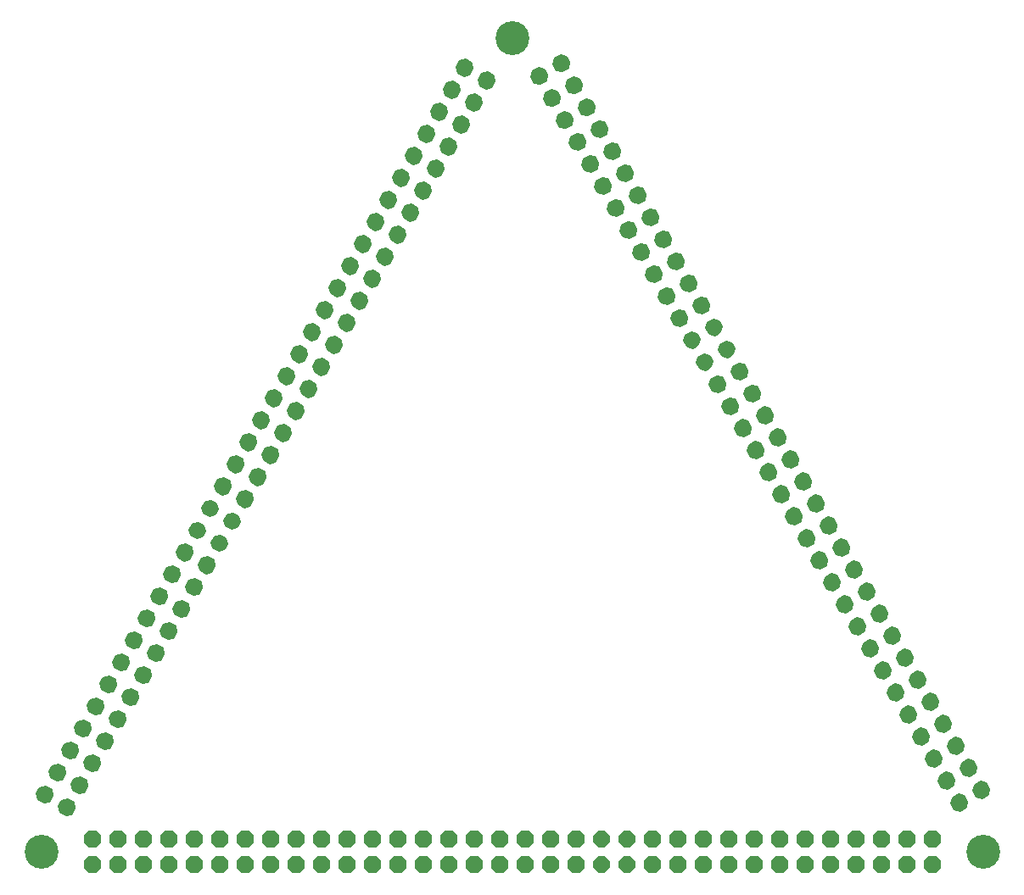
<source format=gts>
G75*
%MOIN*%
%OFA0B0*%
%FSLAX25Y25*%
%IPPOS*%
%LPD*%
%AMOC8*
5,1,8,0,0,1.08239X$1,22.5*
%
%ADD10C,0.13300*%
%ADD11C,0.01360*%
%ADD12C,0.01280*%
%ADD13OC8,0.06800*%
%ADD14OC8,0.06400*%
D10*
X0046300Y0025200D03*
X0231300Y0345200D03*
X0416300Y0025200D03*
D11*
X0407266Y0046733D02*
X0406586Y0047413D01*
X0408762Y0046830D01*
X0409888Y0044879D01*
X0409305Y0042703D01*
X0407354Y0041577D01*
X0405178Y0042160D01*
X0404052Y0044111D01*
X0404635Y0046287D01*
X0406586Y0047413D01*
X0406730Y0046319D01*
X0408090Y0045954D01*
X0408794Y0044735D01*
X0408429Y0043375D01*
X0407210Y0042671D01*
X0405850Y0043036D01*
X0405146Y0044255D01*
X0405511Y0045615D01*
X0406730Y0046319D01*
X0406874Y0045224D01*
X0407418Y0045078D01*
X0407699Y0044591D01*
X0407553Y0044047D01*
X0407066Y0043766D01*
X0406522Y0043912D01*
X0406241Y0044399D01*
X0406387Y0044943D01*
X0406874Y0045224D01*
X0402266Y0055393D02*
X0401586Y0056073D01*
X0403762Y0055490D01*
X0404888Y0053539D01*
X0404305Y0051363D01*
X0402354Y0050237D01*
X0400178Y0050820D01*
X0399052Y0052771D01*
X0399635Y0054947D01*
X0401586Y0056073D01*
X0401730Y0054979D01*
X0403090Y0054614D01*
X0403794Y0053395D01*
X0403429Y0052035D01*
X0402210Y0051331D01*
X0400850Y0051696D01*
X0400146Y0052915D01*
X0400511Y0054275D01*
X0401730Y0054979D01*
X0401874Y0053884D01*
X0402418Y0053738D01*
X0402699Y0053251D01*
X0402553Y0052707D01*
X0402066Y0052426D01*
X0401522Y0052572D01*
X0401241Y0053059D01*
X0401387Y0053603D01*
X0401874Y0053884D01*
X0397266Y0064053D02*
X0396586Y0064733D01*
X0398762Y0064150D01*
X0399888Y0062199D01*
X0399305Y0060023D01*
X0397354Y0058897D01*
X0395178Y0059480D01*
X0394052Y0061431D01*
X0394635Y0063607D01*
X0396586Y0064733D01*
X0396730Y0063639D01*
X0398090Y0063274D01*
X0398794Y0062055D01*
X0398429Y0060695D01*
X0397210Y0059991D01*
X0395850Y0060356D01*
X0395146Y0061575D01*
X0395511Y0062935D01*
X0396730Y0063639D01*
X0396874Y0062544D01*
X0397418Y0062398D01*
X0397699Y0061911D01*
X0397553Y0061367D01*
X0397066Y0061086D01*
X0396522Y0061232D01*
X0396241Y0061719D01*
X0396387Y0062263D01*
X0396874Y0062544D01*
X0392266Y0072714D02*
X0391586Y0073394D01*
X0393762Y0072811D01*
X0394888Y0070860D01*
X0394305Y0068684D01*
X0392354Y0067558D01*
X0390178Y0068141D01*
X0389052Y0070092D01*
X0389635Y0072268D01*
X0391586Y0073394D01*
X0391730Y0072300D01*
X0393090Y0071935D01*
X0393794Y0070716D01*
X0393429Y0069356D01*
X0392210Y0068652D01*
X0390850Y0069017D01*
X0390146Y0070236D01*
X0390511Y0071596D01*
X0391730Y0072300D01*
X0391874Y0071205D01*
X0392418Y0071059D01*
X0392699Y0070572D01*
X0392553Y0070028D01*
X0392066Y0069747D01*
X0391522Y0069893D01*
X0391241Y0070380D01*
X0391387Y0070924D01*
X0391874Y0071205D01*
X0387266Y0081374D02*
X0386586Y0082054D01*
X0388762Y0081471D01*
X0389888Y0079520D01*
X0389305Y0077344D01*
X0387354Y0076218D01*
X0385178Y0076801D01*
X0384052Y0078752D01*
X0384635Y0080928D01*
X0386586Y0082054D01*
X0386730Y0080960D01*
X0388090Y0080595D01*
X0388794Y0079376D01*
X0388429Y0078016D01*
X0387210Y0077312D01*
X0385850Y0077677D01*
X0385146Y0078896D01*
X0385511Y0080256D01*
X0386730Y0080960D01*
X0386874Y0079865D01*
X0387418Y0079719D01*
X0387699Y0079232D01*
X0387553Y0078688D01*
X0387066Y0078407D01*
X0386522Y0078553D01*
X0386241Y0079040D01*
X0386387Y0079584D01*
X0386874Y0079865D01*
X0382266Y0090034D02*
X0381586Y0090714D01*
X0383762Y0090131D01*
X0384888Y0088180D01*
X0384305Y0086004D01*
X0382354Y0084878D01*
X0380178Y0085461D01*
X0379052Y0087412D01*
X0379635Y0089588D01*
X0381586Y0090714D01*
X0381730Y0089620D01*
X0383090Y0089255D01*
X0383794Y0088036D01*
X0383429Y0086676D01*
X0382210Y0085972D01*
X0380850Y0086337D01*
X0380146Y0087556D01*
X0380511Y0088916D01*
X0381730Y0089620D01*
X0381874Y0088525D01*
X0382418Y0088379D01*
X0382699Y0087892D01*
X0382553Y0087348D01*
X0382066Y0087067D01*
X0381522Y0087213D01*
X0381241Y0087700D01*
X0381387Y0088244D01*
X0381874Y0088525D01*
X0377266Y0098694D02*
X0376586Y0099374D01*
X0378762Y0098791D01*
X0379888Y0096840D01*
X0379305Y0094664D01*
X0377354Y0093538D01*
X0375178Y0094121D01*
X0374052Y0096072D01*
X0374635Y0098248D01*
X0376586Y0099374D01*
X0376730Y0098280D01*
X0378090Y0097915D01*
X0378794Y0096696D01*
X0378429Y0095336D01*
X0377210Y0094632D01*
X0375850Y0094997D01*
X0375146Y0096216D01*
X0375511Y0097576D01*
X0376730Y0098280D01*
X0376874Y0097185D01*
X0377418Y0097039D01*
X0377699Y0096552D01*
X0377553Y0096008D01*
X0377066Y0095727D01*
X0376522Y0095873D01*
X0376241Y0096360D01*
X0376387Y0096904D01*
X0376874Y0097185D01*
X0372266Y0107355D02*
X0371586Y0108035D01*
X0373762Y0107452D01*
X0374888Y0105501D01*
X0374305Y0103325D01*
X0372354Y0102199D01*
X0370178Y0102782D01*
X0369052Y0104733D01*
X0369635Y0106909D01*
X0371586Y0108035D01*
X0371730Y0106941D01*
X0373090Y0106576D01*
X0373794Y0105357D01*
X0373429Y0103997D01*
X0372210Y0103293D01*
X0370850Y0103658D01*
X0370146Y0104877D01*
X0370511Y0106237D01*
X0371730Y0106941D01*
X0371874Y0105846D01*
X0372418Y0105700D01*
X0372699Y0105213D01*
X0372553Y0104669D01*
X0372066Y0104388D01*
X0371522Y0104534D01*
X0371241Y0105021D01*
X0371387Y0105565D01*
X0371874Y0105846D01*
X0380926Y0112355D02*
X0380246Y0113035D01*
X0382422Y0112452D01*
X0383548Y0110501D01*
X0382965Y0108325D01*
X0381014Y0107199D01*
X0378838Y0107782D01*
X0377712Y0109733D01*
X0378295Y0111909D01*
X0380246Y0113035D01*
X0380390Y0111941D01*
X0381750Y0111576D01*
X0382454Y0110357D01*
X0382089Y0108997D01*
X0380870Y0108293D01*
X0379510Y0108658D01*
X0378806Y0109877D01*
X0379171Y0111237D01*
X0380390Y0111941D01*
X0380534Y0110846D01*
X0381078Y0110700D01*
X0381359Y0110213D01*
X0381213Y0109669D01*
X0380726Y0109388D01*
X0380182Y0109534D01*
X0379901Y0110021D01*
X0380047Y0110565D01*
X0380534Y0110846D01*
X0375926Y0121015D02*
X0375246Y0121695D01*
X0377422Y0121112D01*
X0378548Y0119161D01*
X0377965Y0116985D01*
X0376014Y0115859D01*
X0373838Y0116442D01*
X0372712Y0118393D01*
X0373295Y0120569D01*
X0375246Y0121695D01*
X0375390Y0120601D01*
X0376750Y0120236D01*
X0377454Y0119017D01*
X0377089Y0117657D01*
X0375870Y0116953D01*
X0374510Y0117318D01*
X0373806Y0118537D01*
X0374171Y0119897D01*
X0375390Y0120601D01*
X0375534Y0119506D01*
X0376078Y0119360D01*
X0376359Y0118873D01*
X0376213Y0118329D01*
X0375726Y0118048D01*
X0375182Y0118194D01*
X0374901Y0118681D01*
X0375047Y0119225D01*
X0375534Y0119506D01*
X0370926Y0129675D02*
X0370246Y0130355D01*
X0372422Y0129772D01*
X0373548Y0127821D01*
X0372965Y0125645D01*
X0371014Y0124519D01*
X0368838Y0125102D01*
X0367712Y0127053D01*
X0368295Y0129229D01*
X0370246Y0130355D01*
X0370390Y0129261D01*
X0371750Y0128896D01*
X0372454Y0127677D01*
X0372089Y0126317D01*
X0370870Y0125613D01*
X0369510Y0125978D01*
X0368806Y0127197D01*
X0369171Y0128557D01*
X0370390Y0129261D01*
X0370534Y0128166D01*
X0371078Y0128020D01*
X0371359Y0127533D01*
X0371213Y0126989D01*
X0370726Y0126708D01*
X0370182Y0126854D01*
X0369901Y0127341D01*
X0370047Y0127885D01*
X0370534Y0128166D01*
X0365926Y0138335D02*
X0365246Y0139015D01*
X0367422Y0138432D01*
X0368548Y0136481D01*
X0367965Y0134305D01*
X0366014Y0133179D01*
X0363838Y0133762D01*
X0362712Y0135713D01*
X0363295Y0137889D01*
X0365246Y0139015D01*
X0365390Y0137921D01*
X0366750Y0137556D01*
X0367454Y0136337D01*
X0367089Y0134977D01*
X0365870Y0134273D01*
X0364510Y0134638D01*
X0363806Y0135857D01*
X0364171Y0137217D01*
X0365390Y0137921D01*
X0365534Y0136826D01*
X0366078Y0136680D01*
X0366359Y0136193D01*
X0366213Y0135649D01*
X0365726Y0135368D01*
X0365182Y0135514D01*
X0364901Y0136001D01*
X0365047Y0136545D01*
X0365534Y0136826D01*
X0360926Y0146996D02*
X0360246Y0147676D01*
X0362422Y0147093D01*
X0363548Y0145142D01*
X0362965Y0142966D01*
X0361014Y0141840D01*
X0358838Y0142423D01*
X0357712Y0144374D01*
X0358295Y0146550D01*
X0360246Y0147676D01*
X0360390Y0146582D01*
X0361750Y0146217D01*
X0362454Y0144998D01*
X0362089Y0143638D01*
X0360870Y0142934D01*
X0359510Y0143299D01*
X0358806Y0144518D01*
X0359171Y0145878D01*
X0360390Y0146582D01*
X0360534Y0145487D01*
X0361078Y0145341D01*
X0361359Y0144854D01*
X0361213Y0144310D01*
X0360726Y0144029D01*
X0360182Y0144175D01*
X0359901Y0144662D01*
X0360047Y0145206D01*
X0360534Y0145487D01*
X0355926Y0155656D02*
X0355246Y0156336D01*
X0357422Y0155753D01*
X0358548Y0153802D01*
X0357965Y0151626D01*
X0356014Y0150500D01*
X0353838Y0151083D01*
X0352712Y0153034D01*
X0353295Y0155210D01*
X0355246Y0156336D01*
X0355390Y0155242D01*
X0356750Y0154877D01*
X0357454Y0153658D01*
X0357089Y0152298D01*
X0355870Y0151594D01*
X0354510Y0151959D01*
X0353806Y0153178D01*
X0354171Y0154538D01*
X0355390Y0155242D01*
X0355534Y0154147D01*
X0356078Y0154001D01*
X0356359Y0153514D01*
X0356213Y0152970D01*
X0355726Y0152689D01*
X0355182Y0152835D01*
X0354901Y0153322D01*
X0355047Y0153866D01*
X0355534Y0154147D01*
X0350926Y0164316D02*
X0350246Y0164996D01*
X0352422Y0164413D01*
X0353548Y0162462D01*
X0352965Y0160286D01*
X0351014Y0159160D01*
X0348838Y0159743D01*
X0347712Y0161694D01*
X0348295Y0163870D01*
X0350246Y0164996D01*
X0350390Y0163902D01*
X0351750Y0163537D01*
X0352454Y0162318D01*
X0352089Y0160958D01*
X0350870Y0160254D01*
X0349510Y0160619D01*
X0348806Y0161838D01*
X0349171Y0163198D01*
X0350390Y0163902D01*
X0350534Y0162807D01*
X0351078Y0162661D01*
X0351359Y0162174D01*
X0351213Y0161630D01*
X0350726Y0161349D01*
X0350182Y0161495D01*
X0349901Y0161982D01*
X0350047Y0162526D01*
X0350534Y0162807D01*
X0345926Y0172976D02*
X0345246Y0173656D01*
X0347422Y0173073D01*
X0348548Y0171122D01*
X0347965Y0168946D01*
X0346014Y0167820D01*
X0343838Y0168403D01*
X0342712Y0170354D01*
X0343295Y0172530D01*
X0345246Y0173656D01*
X0345390Y0172562D01*
X0346750Y0172197D01*
X0347454Y0170978D01*
X0347089Y0169618D01*
X0345870Y0168914D01*
X0344510Y0169279D01*
X0343806Y0170498D01*
X0344171Y0171858D01*
X0345390Y0172562D01*
X0345534Y0171467D01*
X0346078Y0171321D01*
X0346359Y0170834D01*
X0346213Y0170290D01*
X0345726Y0170009D01*
X0345182Y0170155D01*
X0344901Y0170642D01*
X0345047Y0171186D01*
X0345534Y0171467D01*
X0340926Y0181637D02*
X0340246Y0182317D01*
X0342422Y0181734D01*
X0343548Y0179783D01*
X0342965Y0177607D01*
X0341014Y0176481D01*
X0338838Y0177064D01*
X0337712Y0179015D01*
X0338295Y0181191D01*
X0340246Y0182317D01*
X0340390Y0181223D01*
X0341750Y0180858D01*
X0342454Y0179639D01*
X0342089Y0178279D01*
X0340870Y0177575D01*
X0339510Y0177940D01*
X0338806Y0179159D01*
X0339171Y0180519D01*
X0340390Y0181223D01*
X0340534Y0180128D01*
X0341078Y0179982D01*
X0341359Y0179495D01*
X0341213Y0178951D01*
X0340726Y0178670D01*
X0340182Y0178816D01*
X0339901Y0179303D01*
X0340047Y0179847D01*
X0340534Y0180128D01*
X0335926Y0190297D02*
X0335246Y0190977D01*
X0337422Y0190394D01*
X0338548Y0188443D01*
X0337965Y0186267D01*
X0336014Y0185141D01*
X0333838Y0185724D01*
X0332712Y0187675D01*
X0333295Y0189851D01*
X0335246Y0190977D01*
X0335390Y0189883D01*
X0336750Y0189518D01*
X0337454Y0188299D01*
X0337089Y0186939D01*
X0335870Y0186235D01*
X0334510Y0186600D01*
X0333806Y0187819D01*
X0334171Y0189179D01*
X0335390Y0189883D01*
X0335534Y0188788D01*
X0336078Y0188642D01*
X0336359Y0188155D01*
X0336213Y0187611D01*
X0335726Y0187330D01*
X0335182Y0187476D01*
X0334901Y0187963D01*
X0335047Y0188507D01*
X0335534Y0188788D01*
X0330926Y0198957D02*
X0330246Y0199637D01*
X0332422Y0199054D01*
X0333548Y0197103D01*
X0332965Y0194927D01*
X0331014Y0193801D01*
X0328838Y0194384D01*
X0327712Y0196335D01*
X0328295Y0198511D01*
X0330246Y0199637D01*
X0330390Y0198543D01*
X0331750Y0198178D01*
X0332454Y0196959D01*
X0332089Y0195599D01*
X0330870Y0194895D01*
X0329510Y0195260D01*
X0328806Y0196479D01*
X0329171Y0197839D01*
X0330390Y0198543D01*
X0330534Y0197448D01*
X0331078Y0197302D01*
X0331359Y0196815D01*
X0331213Y0196271D01*
X0330726Y0195990D01*
X0330182Y0196136D01*
X0329901Y0196623D01*
X0330047Y0197167D01*
X0330534Y0197448D01*
X0325926Y0207617D02*
X0325246Y0208297D01*
X0327422Y0207714D01*
X0328548Y0205763D01*
X0327965Y0203587D01*
X0326014Y0202461D01*
X0323838Y0203044D01*
X0322712Y0204995D01*
X0323295Y0207171D01*
X0325246Y0208297D01*
X0325390Y0207203D01*
X0326750Y0206838D01*
X0327454Y0205619D01*
X0327089Y0204259D01*
X0325870Y0203555D01*
X0324510Y0203920D01*
X0323806Y0205139D01*
X0324171Y0206499D01*
X0325390Y0207203D01*
X0325534Y0206108D01*
X0326078Y0205962D01*
X0326359Y0205475D01*
X0326213Y0204931D01*
X0325726Y0204650D01*
X0325182Y0204796D01*
X0324901Y0205283D01*
X0325047Y0205827D01*
X0325534Y0206108D01*
X0320926Y0216278D02*
X0320246Y0216958D01*
X0322422Y0216375D01*
X0323548Y0214424D01*
X0322965Y0212248D01*
X0321014Y0211122D01*
X0318838Y0211705D01*
X0317712Y0213656D01*
X0318295Y0215832D01*
X0320246Y0216958D01*
X0320390Y0215864D01*
X0321750Y0215499D01*
X0322454Y0214280D01*
X0322089Y0212920D01*
X0320870Y0212216D01*
X0319510Y0212581D01*
X0318806Y0213800D01*
X0319171Y0215160D01*
X0320390Y0215864D01*
X0320534Y0214769D01*
X0321078Y0214623D01*
X0321359Y0214136D01*
X0321213Y0213592D01*
X0320726Y0213311D01*
X0320182Y0213457D01*
X0319901Y0213944D01*
X0320047Y0214488D01*
X0320534Y0214769D01*
X0312266Y0211278D02*
X0311586Y0211958D01*
X0313762Y0211375D01*
X0314888Y0209424D01*
X0314305Y0207248D01*
X0312354Y0206122D01*
X0310178Y0206705D01*
X0309052Y0208656D01*
X0309635Y0210832D01*
X0311586Y0211958D01*
X0311730Y0210864D01*
X0313090Y0210499D01*
X0313794Y0209280D01*
X0313429Y0207920D01*
X0312210Y0207216D01*
X0310850Y0207581D01*
X0310146Y0208800D01*
X0310511Y0210160D01*
X0311730Y0210864D01*
X0311874Y0209769D01*
X0312418Y0209623D01*
X0312699Y0209136D01*
X0312553Y0208592D01*
X0312066Y0208311D01*
X0311522Y0208457D01*
X0311241Y0208944D01*
X0311387Y0209488D01*
X0311874Y0209769D01*
X0317266Y0202617D02*
X0316586Y0203297D01*
X0318762Y0202714D01*
X0319888Y0200763D01*
X0319305Y0198587D01*
X0317354Y0197461D01*
X0315178Y0198044D01*
X0314052Y0199995D01*
X0314635Y0202171D01*
X0316586Y0203297D01*
X0316730Y0202203D01*
X0318090Y0201838D01*
X0318794Y0200619D01*
X0318429Y0199259D01*
X0317210Y0198555D01*
X0315850Y0198920D01*
X0315146Y0200139D01*
X0315511Y0201499D01*
X0316730Y0202203D01*
X0316874Y0201108D01*
X0317418Y0200962D01*
X0317699Y0200475D01*
X0317553Y0199931D01*
X0317066Y0199650D01*
X0316522Y0199796D01*
X0316241Y0200283D01*
X0316387Y0200827D01*
X0316874Y0201108D01*
X0322266Y0193957D02*
X0321586Y0194637D01*
X0323762Y0194054D01*
X0324888Y0192103D01*
X0324305Y0189927D01*
X0322354Y0188801D01*
X0320178Y0189384D01*
X0319052Y0191335D01*
X0319635Y0193511D01*
X0321586Y0194637D01*
X0321730Y0193543D01*
X0323090Y0193178D01*
X0323794Y0191959D01*
X0323429Y0190599D01*
X0322210Y0189895D01*
X0320850Y0190260D01*
X0320146Y0191479D01*
X0320511Y0192839D01*
X0321730Y0193543D01*
X0321874Y0192448D01*
X0322418Y0192302D01*
X0322699Y0191815D01*
X0322553Y0191271D01*
X0322066Y0190990D01*
X0321522Y0191136D01*
X0321241Y0191623D01*
X0321387Y0192167D01*
X0321874Y0192448D01*
X0327266Y0185297D02*
X0326586Y0185977D01*
X0328762Y0185394D01*
X0329888Y0183443D01*
X0329305Y0181267D01*
X0327354Y0180141D01*
X0325178Y0180724D01*
X0324052Y0182675D01*
X0324635Y0184851D01*
X0326586Y0185977D01*
X0326730Y0184883D01*
X0328090Y0184518D01*
X0328794Y0183299D01*
X0328429Y0181939D01*
X0327210Y0181235D01*
X0325850Y0181600D01*
X0325146Y0182819D01*
X0325511Y0184179D01*
X0326730Y0184883D01*
X0326874Y0183788D01*
X0327418Y0183642D01*
X0327699Y0183155D01*
X0327553Y0182611D01*
X0327066Y0182330D01*
X0326522Y0182476D01*
X0326241Y0182963D01*
X0326387Y0183507D01*
X0326874Y0183788D01*
X0332266Y0176637D02*
X0331586Y0177317D01*
X0333762Y0176734D01*
X0334888Y0174783D01*
X0334305Y0172607D01*
X0332354Y0171481D01*
X0330178Y0172064D01*
X0329052Y0174015D01*
X0329635Y0176191D01*
X0331586Y0177317D01*
X0331730Y0176223D01*
X0333090Y0175858D01*
X0333794Y0174639D01*
X0333429Y0173279D01*
X0332210Y0172575D01*
X0330850Y0172940D01*
X0330146Y0174159D01*
X0330511Y0175519D01*
X0331730Y0176223D01*
X0331874Y0175128D01*
X0332418Y0174982D01*
X0332699Y0174495D01*
X0332553Y0173951D01*
X0332066Y0173670D01*
X0331522Y0173816D01*
X0331241Y0174303D01*
X0331387Y0174847D01*
X0331874Y0175128D01*
X0337266Y0167976D02*
X0336586Y0168656D01*
X0338762Y0168073D01*
X0339888Y0166122D01*
X0339305Y0163946D01*
X0337354Y0162820D01*
X0335178Y0163403D01*
X0334052Y0165354D01*
X0334635Y0167530D01*
X0336586Y0168656D01*
X0336730Y0167562D01*
X0338090Y0167197D01*
X0338794Y0165978D01*
X0338429Y0164618D01*
X0337210Y0163914D01*
X0335850Y0164279D01*
X0335146Y0165498D01*
X0335511Y0166858D01*
X0336730Y0167562D01*
X0336874Y0166467D01*
X0337418Y0166321D01*
X0337699Y0165834D01*
X0337553Y0165290D01*
X0337066Y0165009D01*
X0336522Y0165155D01*
X0336241Y0165642D01*
X0336387Y0166186D01*
X0336874Y0166467D01*
X0342266Y0159316D02*
X0341586Y0159996D01*
X0343762Y0159413D01*
X0344888Y0157462D01*
X0344305Y0155286D01*
X0342354Y0154160D01*
X0340178Y0154743D01*
X0339052Y0156694D01*
X0339635Y0158870D01*
X0341586Y0159996D01*
X0341730Y0158902D01*
X0343090Y0158537D01*
X0343794Y0157318D01*
X0343429Y0155958D01*
X0342210Y0155254D01*
X0340850Y0155619D01*
X0340146Y0156838D01*
X0340511Y0158198D01*
X0341730Y0158902D01*
X0341874Y0157807D01*
X0342418Y0157661D01*
X0342699Y0157174D01*
X0342553Y0156630D01*
X0342066Y0156349D01*
X0341522Y0156495D01*
X0341241Y0156982D01*
X0341387Y0157526D01*
X0341874Y0157807D01*
X0347266Y0150656D02*
X0346586Y0151336D01*
X0348762Y0150753D01*
X0349888Y0148802D01*
X0349305Y0146626D01*
X0347354Y0145500D01*
X0345178Y0146083D01*
X0344052Y0148034D01*
X0344635Y0150210D01*
X0346586Y0151336D01*
X0346730Y0150242D01*
X0348090Y0149877D01*
X0348794Y0148658D01*
X0348429Y0147298D01*
X0347210Y0146594D01*
X0345850Y0146959D01*
X0345146Y0148178D01*
X0345511Y0149538D01*
X0346730Y0150242D01*
X0346874Y0149147D01*
X0347418Y0149001D01*
X0347699Y0148514D01*
X0347553Y0147970D01*
X0347066Y0147689D01*
X0346522Y0147835D01*
X0346241Y0148322D01*
X0346387Y0148866D01*
X0346874Y0149147D01*
X0352266Y0141996D02*
X0351586Y0142676D01*
X0353762Y0142093D01*
X0354888Y0140142D01*
X0354305Y0137966D01*
X0352354Y0136840D01*
X0350178Y0137423D01*
X0349052Y0139374D01*
X0349635Y0141550D01*
X0351586Y0142676D01*
X0351730Y0141582D01*
X0353090Y0141217D01*
X0353794Y0139998D01*
X0353429Y0138638D01*
X0352210Y0137934D01*
X0350850Y0138299D01*
X0350146Y0139518D01*
X0350511Y0140878D01*
X0351730Y0141582D01*
X0351874Y0140487D01*
X0352418Y0140341D01*
X0352699Y0139854D01*
X0352553Y0139310D01*
X0352066Y0139029D01*
X0351522Y0139175D01*
X0351241Y0139662D01*
X0351387Y0140206D01*
X0351874Y0140487D01*
X0357266Y0133335D02*
X0356586Y0134015D01*
X0358762Y0133432D01*
X0359888Y0131481D01*
X0359305Y0129305D01*
X0357354Y0128179D01*
X0355178Y0128762D01*
X0354052Y0130713D01*
X0354635Y0132889D01*
X0356586Y0134015D01*
X0356730Y0132921D01*
X0358090Y0132556D01*
X0358794Y0131337D01*
X0358429Y0129977D01*
X0357210Y0129273D01*
X0355850Y0129638D01*
X0355146Y0130857D01*
X0355511Y0132217D01*
X0356730Y0132921D01*
X0356874Y0131826D01*
X0357418Y0131680D01*
X0357699Y0131193D01*
X0357553Y0130649D01*
X0357066Y0130368D01*
X0356522Y0130514D01*
X0356241Y0131001D01*
X0356387Y0131545D01*
X0356874Y0131826D01*
X0362266Y0124675D02*
X0361586Y0125355D01*
X0363762Y0124772D01*
X0364888Y0122821D01*
X0364305Y0120645D01*
X0362354Y0119519D01*
X0360178Y0120102D01*
X0359052Y0122053D01*
X0359635Y0124229D01*
X0361586Y0125355D01*
X0361730Y0124261D01*
X0363090Y0123896D01*
X0363794Y0122677D01*
X0363429Y0121317D01*
X0362210Y0120613D01*
X0360850Y0120978D01*
X0360146Y0122197D01*
X0360511Y0123557D01*
X0361730Y0124261D01*
X0361874Y0123166D01*
X0362418Y0123020D01*
X0362699Y0122533D01*
X0362553Y0121989D01*
X0362066Y0121708D01*
X0361522Y0121854D01*
X0361241Y0122341D01*
X0361387Y0122885D01*
X0361874Y0123166D01*
X0367266Y0116015D02*
X0366586Y0116695D01*
X0368762Y0116112D01*
X0369888Y0114161D01*
X0369305Y0111985D01*
X0367354Y0110859D01*
X0365178Y0111442D01*
X0364052Y0113393D01*
X0364635Y0115569D01*
X0366586Y0116695D01*
X0366730Y0115601D01*
X0368090Y0115236D01*
X0368794Y0114017D01*
X0368429Y0112657D01*
X0367210Y0111953D01*
X0365850Y0112318D01*
X0365146Y0113537D01*
X0365511Y0114897D01*
X0366730Y0115601D01*
X0366874Y0114506D01*
X0367418Y0114360D01*
X0367699Y0113873D01*
X0367553Y0113329D01*
X0367066Y0113048D01*
X0366522Y0113194D01*
X0366241Y0113681D01*
X0366387Y0114225D01*
X0366874Y0114506D01*
X0385926Y0103694D02*
X0385246Y0104374D01*
X0387422Y0103791D01*
X0388548Y0101840D01*
X0387965Y0099664D01*
X0386014Y0098538D01*
X0383838Y0099121D01*
X0382712Y0101072D01*
X0383295Y0103248D01*
X0385246Y0104374D01*
X0385390Y0103280D01*
X0386750Y0102915D01*
X0387454Y0101696D01*
X0387089Y0100336D01*
X0385870Y0099632D01*
X0384510Y0099997D01*
X0383806Y0101216D01*
X0384171Y0102576D01*
X0385390Y0103280D01*
X0385534Y0102185D01*
X0386078Y0102039D01*
X0386359Y0101552D01*
X0386213Y0101008D01*
X0385726Y0100727D01*
X0385182Y0100873D01*
X0384901Y0101360D01*
X0385047Y0101904D01*
X0385534Y0102185D01*
X0390926Y0095034D02*
X0390246Y0095714D01*
X0392422Y0095131D01*
X0393548Y0093180D01*
X0392965Y0091004D01*
X0391014Y0089878D01*
X0388838Y0090461D01*
X0387712Y0092412D01*
X0388295Y0094588D01*
X0390246Y0095714D01*
X0390390Y0094620D01*
X0391750Y0094255D01*
X0392454Y0093036D01*
X0392089Y0091676D01*
X0390870Y0090972D01*
X0389510Y0091337D01*
X0388806Y0092556D01*
X0389171Y0093916D01*
X0390390Y0094620D01*
X0390534Y0093525D01*
X0391078Y0093379D01*
X0391359Y0092892D01*
X0391213Y0092348D01*
X0390726Y0092067D01*
X0390182Y0092213D01*
X0389901Y0092700D01*
X0390047Y0093244D01*
X0390534Y0093525D01*
X0395926Y0086374D02*
X0395246Y0087054D01*
X0397422Y0086471D01*
X0398548Y0084520D01*
X0397965Y0082344D01*
X0396014Y0081218D01*
X0393838Y0081801D01*
X0392712Y0083752D01*
X0393295Y0085928D01*
X0395246Y0087054D01*
X0395390Y0085960D01*
X0396750Y0085595D01*
X0397454Y0084376D01*
X0397089Y0083016D01*
X0395870Y0082312D01*
X0394510Y0082677D01*
X0393806Y0083896D01*
X0394171Y0085256D01*
X0395390Y0085960D01*
X0395534Y0084865D01*
X0396078Y0084719D01*
X0396359Y0084232D01*
X0396213Y0083688D01*
X0395726Y0083407D01*
X0395182Y0083553D01*
X0394901Y0084040D01*
X0395047Y0084584D01*
X0395534Y0084865D01*
X0400926Y0077714D02*
X0400246Y0078394D01*
X0402422Y0077811D01*
X0403548Y0075860D01*
X0402965Y0073684D01*
X0401014Y0072558D01*
X0398838Y0073141D01*
X0397712Y0075092D01*
X0398295Y0077268D01*
X0400246Y0078394D01*
X0400390Y0077300D01*
X0401750Y0076935D01*
X0402454Y0075716D01*
X0402089Y0074356D01*
X0400870Y0073652D01*
X0399510Y0074017D01*
X0398806Y0075236D01*
X0399171Y0076596D01*
X0400390Y0077300D01*
X0400534Y0076205D01*
X0401078Y0076059D01*
X0401359Y0075572D01*
X0401213Y0075028D01*
X0400726Y0074747D01*
X0400182Y0074893D01*
X0399901Y0075380D01*
X0400047Y0075924D01*
X0400534Y0076205D01*
X0405926Y0069053D02*
X0405246Y0069733D01*
X0407422Y0069150D01*
X0408548Y0067199D01*
X0407965Y0065023D01*
X0406014Y0063897D01*
X0403838Y0064480D01*
X0402712Y0066431D01*
X0403295Y0068607D01*
X0405246Y0069733D01*
X0405390Y0068639D01*
X0406750Y0068274D01*
X0407454Y0067055D01*
X0407089Y0065695D01*
X0405870Y0064991D01*
X0404510Y0065356D01*
X0403806Y0066575D01*
X0404171Y0067935D01*
X0405390Y0068639D01*
X0405534Y0067544D01*
X0406078Y0067398D01*
X0406359Y0066911D01*
X0406213Y0066367D01*
X0405726Y0066086D01*
X0405182Y0066232D01*
X0404901Y0066719D01*
X0405047Y0067263D01*
X0405534Y0067544D01*
X0410926Y0060393D02*
X0410246Y0061073D01*
X0412422Y0060490D01*
X0413548Y0058539D01*
X0412965Y0056363D01*
X0411014Y0055237D01*
X0408838Y0055820D01*
X0407712Y0057771D01*
X0408295Y0059947D01*
X0410246Y0061073D01*
X0410390Y0059979D01*
X0411750Y0059614D01*
X0412454Y0058395D01*
X0412089Y0057035D01*
X0410870Y0056331D01*
X0409510Y0056696D01*
X0408806Y0057915D01*
X0409171Y0059275D01*
X0410390Y0059979D01*
X0410534Y0058884D01*
X0411078Y0058738D01*
X0411359Y0058251D01*
X0411213Y0057707D01*
X0410726Y0057426D01*
X0410182Y0057572D01*
X0409901Y0058059D01*
X0410047Y0058603D01*
X0410534Y0058884D01*
X0415926Y0051733D02*
X0415246Y0052413D01*
X0417422Y0051830D01*
X0418548Y0049879D01*
X0417965Y0047703D01*
X0416014Y0046577D01*
X0413838Y0047160D01*
X0412712Y0049111D01*
X0413295Y0051287D01*
X0415246Y0052413D01*
X0415390Y0051319D01*
X0416750Y0050954D01*
X0417454Y0049735D01*
X0417089Y0048375D01*
X0415870Y0047671D01*
X0414510Y0048036D01*
X0413806Y0049255D01*
X0414171Y0050615D01*
X0415390Y0051319D01*
X0415534Y0050224D01*
X0416078Y0050078D01*
X0416359Y0049591D01*
X0416213Y0049047D01*
X0415726Y0048766D01*
X0415182Y0048912D01*
X0414901Y0049399D01*
X0415047Y0049943D01*
X0415534Y0050224D01*
X0297266Y0237258D02*
X0296586Y0237938D01*
X0298762Y0237355D01*
X0299888Y0235404D01*
X0299305Y0233228D01*
X0297354Y0232102D01*
X0295178Y0232685D01*
X0294052Y0234636D01*
X0294635Y0236812D01*
X0296586Y0237938D01*
X0296730Y0236844D01*
X0298090Y0236479D01*
X0298794Y0235260D01*
X0298429Y0233900D01*
X0297210Y0233196D01*
X0295850Y0233561D01*
X0295146Y0234780D01*
X0295511Y0236140D01*
X0296730Y0236844D01*
X0296874Y0235749D01*
X0297418Y0235603D01*
X0297699Y0235116D01*
X0297553Y0234572D01*
X0297066Y0234291D01*
X0296522Y0234437D01*
X0296241Y0234924D01*
X0296387Y0235468D01*
X0296874Y0235749D01*
X0292266Y0245919D02*
X0291586Y0246599D01*
X0293762Y0246016D01*
X0294888Y0244065D01*
X0294305Y0241889D01*
X0292354Y0240763D01*
X0290178Y0241346D01*
X0289052Y0243297D01*
X0289635Y0245473D01*
X0291586Y0246599D01*
X0291730Y0245505D01*
X0293090Y0245140D01*
X0293794Y0243921D01*
X0293429Y0242561D01*
X0292210Y0241857D01*
X0290850Y0242222D01*
X0290146Y0243441D01*
X0290511Y0244801D01*
X0291730Y0245505D01*
X0291874Y0244410D01*
X0292418Y0244264D01*
X0292699Y0243777D01*
X0292553Y0243233D01*
X0292066Y0242952D01*
X0291522Y0243098D01*
X0291241Y0243585D01*
X0291387Y0244129D01*
X0291874Y0244410D01*
X0287266Y0254579D02*
X0286586Y0255259D01*
X0288762Y0254676D01*
X0289888Y0252725D01*
X0289305Y0250549D01*
X0287354Y0249423D01*
X0285178Y0250006D01*
X0284052Y0251957D01*
X0284635Y0254133D01*
X0286586Y0255259D01*
X0286730Y0254165D01*
X0288090Y0253800D01*
X0288794Y0252581D01*
X0288429Y0251221D01*
X0287210Y0250517D01*
X0285850Y0250882D01*
X0285146Y0252101D01*
X0285511Y0253461D01*
X0286730Y0254165D01*
X0286874Y0253070D01*
X0287418Y0252924D01*
X0287699Y0252437D01*
X0287553Y0251893D01*
X0287066Y0251612D01*
X0286522Y0251758D01*
X0286241Y0252245D01*
X0286387Y0252789D01*
X0286874Y0253070D01*
X0282266Y0263239D02*
X0281586Y0263919D01*
X0283762Y0263336D01*
X0284888Y0261385D01*
X0284305Y0259209D01*
X0282354Y0258083D01*
X0280178Y0258666D01*
X0279052Y0260617D01*
X0279635Y0262793D01*
X0281586Y0263919D01*
X0281730Y0262825D01*
X0283090Y0262460D01*
X0283794Y0261241D01*
X0283429Y0259881D01*
X0282210Y0259177D01*
X0280850Y0259542D01*
X0280146Y0260761D01*
X0280511Y0262121D01*
X0281730Y0262825D01*
X0281874Y0261730D01*
X0282418Y0261584D01*
X0282699Y0261097D01*
X0282553Y0260553D01*
X0282066Y0260272D01*
X0281522Y0260418D01*
X0281241Y0260905D01*
X0281387Y0261449D01*
X0281874Y0261730D01*
X0277266Y0271900D02*
X0276586Y0272580D01*
X0278762Y0271997D01*
X0279888Y0270046D01*
X0279305Y0267870D01*
X0277354Y0266744D01*
X0275178Y0267327D01*
X0274052Y0269278D01*
X0274635Y0271454D01*
X0276586Y0272580D01*
X0276730Y0271486D01*
X0278090Y0271121D01*
X0278794Y0269902D01*
X0278429Y0268542D01*
X0277210Y0267838D01*
X0275850Y0268203D01*
X0275146Y0269422D01*
X0275511Y0270782D01*
X0276730Y0271486D01*
X0276874Y0270391D01*
X0277418Y0270245D01*
X0277699Y0269758D01*
X0277553Y0269214D01*
X0277066Y0268933D01*
X0276522Y0269079D01*
X0276241Y0269566D01*
X0276387Y0270110D01*
X0276874Y0270391D01*
X0272266Y0280560D02*
X0271586Y0281240D01*
X0273762Y0280657D01*
X0274888Y0278706D01*
X0274305Y0276530D01*
X0272354Y0275404D01*
X0270178Y0275987D01*
X0269052Y0277938D01*
X0269635Y0280114D01*
X0271586Y0281240D01*
X0271730Y0280146D01*
X0273090Y0279781D01*
X0273794Y0278562D01*
X0273429Y0277202D01*
X0272210Y0276498D01*
X0270850Y0276863D01*
X0270146Y0278082D01*
X0270511Y0279442D01*
X0271730Y0280146D01*
X0271874Y0279051D01*
X0272418Y0278905D01*
X0272699Y0278418D01*
X0272553Y0277874D01*
X0272066Y0277593D01*
X0271522Y0277739D01*
X0271241Y0278226D01*
X0271387Y0278770D01*
X0271874Y0279051D01*
X0267266Y0289220D02*
X0266586Y0289900D01*
X0268762Y0289317D01*
X0269888Y0287366D01*
X0269305Y0285190D01*
X0267354Y0284064D01*
X0265178Y0284647D01*
X0264052Y0286598D01*
X0264635Y0288774D01*
X0266586Y0289900D01*
X0266730Y0288806D01*
X0268090Y0288441D01*
X0268794Y0287222D01*
X0268429Y0285862D01*
X0267210Y0285158D01*
X0265850Y0285523D01*
X0265146Y0286742D01*
X0265511Y0288102D01*
X0266730Y0288806D01*
X0266874Y0287711D01*
X0267418Y0287565D01*
X0267699Y0287078D01*
X0267553Y0286534D01*
X0267066Y0286253D01*
X0266522Y0286399D01*
X0266241Y0286886D01*
X0266387Y0287430D01*
X0266874Y0287711D01*
X0262266Y0297880D02*
X0261586Y0298560D01*
X0263762Y0297977D01*
X0264888Y0296026D01*
X0264305Y0293850D01*
X0262354Y0292724D01*
X0260178Y0293307D01*
X0259052Y0295258D01*
X0259635Y0297434D01*
X0261586Y0298560D01*
X0261730Y0297466D01*
X0263090Y0297101D01*
X0263794Y0295882D01*
X0263429Y0294522D01*
X0262210Y0293818D01*
X0260850Y0294183D01*
X0260146Y0295402D01*
X0260511Y0296762D01*
X0261730Y0297466D01*
X0261874Y0296371D01*
X0262418Y0296225D01*
X0262699Y0295738D01*
X0262553Y0295194D01*
X0262066Y0294913D01*
X0261522Y0295059D01*
X0261241Y0295546D01*
X0261387Y0296090D01*
X0261874Y0296371D01*
X0257266Y0306541D02*
X0256586Y0307221D01*
X0258762Y0306638D01*
X0259888Y0304687D01*
X0259305Y0302511D01*
X0257354Y0301385D01*
X0255178Y0301968D01*
X0254052Y0303919D01*
X0254635Y0306095D01*
X0256586Y0307221D01*
X0256730Y0306127D01*
X0258090Y0305762D01*
X0258794Y0304543D01*
X0258429Y0303183D01*
X0257210Y0302479D01*
X0255850Y0302844D01*
X0255146Y0304063D01*
X0255511Y0305423D01*
X0256730Y0306127D01*
X0256874Y0305032D01*
X0257418Y0304886D01*
X0257699Y0304399D01*
X0257553Y0303855D01*
X0257066Y0303574D01*
X0256522Y0303720D01*
X0256241Y0304207D01*
X0256387Y0304751D01*
X0256874Y0305032D01*
X0252266Y0315201D02*
X0251586Y0315881D01*
X0253762Y0315298D01*
X0254888Y0313347D01*
X0254305Y0311171D01*
X0252354Y0310045D01*
X0250178Y0310628D01*
X0249052Y0312579D01*
X0249635Y0314755D01*
X0251586Y0315881D01*
X0251730Y0314787D01*
X0253090Y0314422D01*
X0253794Y0313203D01*
X0253429Y0311843D01*
X0252210Y0311139D01*
X0250850Y0311504D01*
X0250146Y0312723D01*
X0250511Y0314083D01*
X0251730Y0314787D01*
X0251874Y0313692D01*
X0252418Y0313546D01*
X0252699Y0313059D01*
X0252553Y0312515D01*
X0252066Y0312234D01*
X0251522Y0312380D01*
X0251241Y0312867D01*
X0251387Y0313411D01*
X0251874Y0313692D01*
X0247266Y0323861D02*
X0246586Y0324541D01*
X0248762Y0323958D01*
X0249888Y0322007D01*
X0249305Y0319831D01*
X0247354Y0318705D01*
X0245178Y0319288D01*
X0244052Y0321239D01*
X0244635Y0323415D01*
X0246586Y0324541D01*
X0246730Y0323447D01*
X0248090Y0323082D01*
X0248794Y0321863D01*
X0248429Y0320503D01*
X0247210Y0319799D01*
X0245850Y0320164D01*
X0245146Y0321383D01*
X0245511Y0322743D01*
X0246730Y0323447D01*
X0246874Y0322352D01*
X0247418Y0322206D01*
X0247699Y0321719D01*
X0247553Y0321175D01*
X0247066Y0320894D01*
X0246522Y0321040D01*
X0246241Y0321527D01*
X0246387Y0322071D01*
X0246874Y0322352D01*
X0242266Y0332521D02*
X0241586Y0333201D01*
X0243762Y0332618D01*
X0244888Y0330667D01*
X0244305Y0328491D01*
X0242354Y0327365D01*
X0240178Y0327948D01*
X0239052Y0329899D01*
X0239635Y0332075D01*
X0241586Y0333201D01*
X0241730Y0332107D01*
X0243090Y0331742D01*
X0243794Y0330523D01*
X0243429Y0329163D01*
X0242210Y0328459D01*
X0240850Y0328824D01*
X0240146Y0330043D01*
X0240511Y0331403D01*
X0241730Y0332107D01*
X0241874Y0331012D01*
X0242418Y0330866D01*
X0242699Y0330379D01*
X0242553Y0329835D01*
X0242066Y0329554D01*
X0241522Y0329700D01*
X0241241Y0330187D01*
X0241387Y0330731D01*
X0241874Y0331012D01*
X0250926Y0337521D02*
X0250246Y0338201D01*
X0252422Y0337618D01*
X0253548Y0335667D01*
X0252965Y0333491D01*
X0251014Y0332365D01*
X0248838Y0332948D01*
X0247712Y0334899D01*
X0248295Y0337075D01*
X0250246Y0338201D01*
X0250390Y0337107D01*
X0251750Y0336742D01*
X0252454Y0335523D01*
X0252089Y0334163D01*
X0250870Y0333459D01*
X0249510Y0333824D01*
X0248806Y0335043D01*
X0249171Y0336403D01*
X0250390Y0337107D01*
X0250534Y0336012D01*
X0251078Y0335866D01*
X0251359Y0335379D01*
X0251213Y0334835D01*
X0250726Y0334554D01*
X0250182Y0334700D01*
X0249901Y0335187D01*
X0250047Y0335731D01*
X0250534Y0336012D01*
X0255926Y0328861D02*
X0255246Y0329541D01*
X0257422Y0328958D01*
X0258548Y0327007D01*
X0257965Y0324831D01*
X0256014Y0323705D01*
X0253838Y0324288D01*
X0252712Y0326239D01*
X0253295Y0328415D01*
X0255246Y0329541D01*
X0255390Y0328447D01*
X0256750Y0328082D01*
X0257454Y0326863D01*
X0257089Y0325503D01*
X0255870Y0324799D01*
X0254510Y0325164D01*
X0253806Y0326383D01*
X0254171Y0327743D01*
X0255390Y0328447D01*
X0255534Y0327352D01*
X0256078Y0327206D01*
X0256359Y0326719D01*
X0256213Y0326175D01*
X0255726Y0325894D01*
X0255182Y0326040D01*
X0254901Y0326527D01*
X0255047Y0327071D01*
X0255534Y0327352D01*
X0260926Y0320201D02*
X0260246Y0320881D01*
X0262422Y0320298D01*
X0263548Y0318347D01*
X0262965Y0316171D01*
X0261014Y0315045D01*
X0258838Y0315628D01*
X0257712Y0317579D01*
X0258295Y0319755D01*
X0260246Y0320881D01*
X0260390Y0319787D01*
X0261750Y0319422D01*
X0262454Y0318203D01*
X0262089Y0316843D01*
X0260870Y0316139D01*
X0259510Y0316504D01*
X0258806Y0317723D01*
X0259171Y0319083D01*
X0260390Y0319787D01*
X0260534Y0318692D01*
X0261078Y0318546D01*
X0261359Y0318059D01*
X0261213Y0317515D01*
X0260726Y0317234D01*
X0260182Y0317380D01*
X0259901Y0317867D01*
X0260047Y0318411D01*
X0260534Y0318692D01*
X0265926Y0311541D02*
X0265246Y0312221D01*
X0267422Y0311638D01*
X0268548Y0309687D01*
X0267965Y0307511D01*
X0266014Y0306385D01*
X0263838Y0306968D01*
X0262712Y0308919D01*
X0263295Y0311095D01*
X0265246Y0312221D01*
X0265390Y0311127D01*
X0266750Y0310762D01*
X0267454Y0309543D01*
X0267089Y0308183D01*
X0265870Y0307479D01*
X0264510Y0307844D01*
X0263806Y0309063D01*
X0264171Y0310423D01*
X0265390Y0311127D01*
X0265534Y0310032D01*
X0266078Y0309886D01*
X0266359Y0309399D01*
X0266213Y0308855D01*
X0265726Y0308574D01*
X0265182Y0308720D01*
X0264901Y0309207D01*
X0265047Y0309751D01*
X0265534Y0310032D01*
X0270926Y0302880D02*
X0270246Y0303560D01*
X0272422Y0302977D01*
X0273548Y0301026D01*
X0272965Y0298850D01*
X0271014Y0297724D01*
X0268838Y0298307D01*
X0267712Y0300258D01*
X0268295Y0302434D01*
X0270246Y0303560D01*
X0270390Y0302466D01*
X0271750Y0302101D01*
X0272454Y0300882D01*
X0272089Y0299522D01*
X0270870Y0298818D01*
X0269510Y0299183D01*
X0268806Y0300402D01*
X0269171Y0301762D01*
X0270390Y0302466D01*
X0270534Y0301371D01*
X0271078Y0301225D01*
X0271359Y0300738D01*
X0271213Y0300194D01*
X0270726Y0299913D01*
X0270182Y0300059D01*
X0269901Y0300546D01*
X0270047Y0301090D01*
X0270534Y0301371D01*
X0275926Y0294220D02*
X0275246Y0294900D01*
X0277422Y0294317D01*
X0278548Y0292366D01*
X0277965Y0290190D01*
X0276014Y0289064D01*
X0273838Y0289647D01*
X0272712Y0291598D01*
X0273295Y0293774D01*
X0275246Y0294900D01*
X0275390Y0293806D01*
X0276750Y0293441D01*
X0277454Y0292222D01*
X0277089Y0290862D01*
X0275870Y0290158D01*
X0274510Y0290523D01*
X0273806Y0291742D01*
X0274171Y0293102D01*
X0275390Y0293806D01*
X0275534Y0292711D01*
X0276078Y0292565D01*
X0276359Y0292078D01*
X0276213Y0291534D01*
X0275726Y0291253D01*
X0275182Y0291399D01*
X0274901Y0291886D01*
X0275047Y0292430D01*
X0275534Y0292711D01*
X0280926Y0285560D02*
X0280246Y0286240D01*
X0282422Y0285657D01*
X0283548Y0283706D01*
X0282965Y0281530D01*
X0281014Y0280404D01*
X0278838Y0280987D01*
X0277712Y0282938D01*
X0278295Y0285114D01*
X0280246Y0286240D01*
X0280390Y0285146D01*
X0281750Y0284781D01*
X0282454Y0283562D01*
X0282089Y0282202D01*
X0280870Y0281498D01*
X0279510Y0281863D01*
X0278806Y0283082D01*
X0279171Y0284442D01*
X0280390Y0285146D01*
X0280534Y0284051D01*
X0281078Y0283905D01*
X0281359Y0283418D01*
X0281213Y0282874D01*
X0280726Y0282593D01*
X0280182Y0282739D01*
X0279901Y0283226D01*
X0280047Y0283770D01*
X0280534Y0284051D01*
X0285926Y0276900D02*
X0285246Y0277580D01*
X0287422Y0276997D01*
X0288548Y0275046D01*
X0287965Y0272870D01*
X0286014Y0271744D01*
X0283838Y0272327D01*
X0282712Y0274278D01*
X0283295Y0276454D01*
X0285246Y0277580D01*
X0285390Y0276486D01*
X0286750Y0276121D01*
X0287454Y0274902D01*
X0287089Y0273542D01*
X0285870Y0272838D01*
X0284510Y0273203D01*
X0283806Y0274422D01*
X0284171Y0275782D01*
X0285390Y0276486D01*
X0285534Y0275391D01*
X0286078Y0275245D01*
X0286359Y0274758D01*
X0286213Y0274214D01*
X0285726Y0273933D01*
X0285182Y0274079D01*
X0284901Y0274566D01*
X0285047Y0275110D01*
X0285534Y0275391D01*
X0290926Y0268239D02*
X0290246Y0268919D01*
X0292422Y0268336D01*
X0293548Y0266385D01*
X0292965Y0264209D01*
X0291014Y0263083D01*
X0288838Y0263666D01*
X0287712Y0265617D01*
X0288295Y0267793D01*
X0290246Y0268919D01*
X0290390Y0267825D01*
X0291750Y0267460D01*
X0292454Y0266241D01*
X0292089Y0264881D01*
X0290870Y0264177D01*
X0289510Y0264542D01*
X0288806Y0265761D01*
X0289171Y0267121D01*
X0290390Y0267825D01*
X0290534Y0266730D01*
X0291078Y0266584D01*
X0291359Y0266097D01*
X0291213Y0265553D01*
X0290726Y0265272D01*
X0290182Y0265418D01*
X0289901Y0265905D01*
X0290047Y0266449D01*
X0290534Y0266730D01*
X0295926Y0259579D02*
X0295246Y0260259D01*
X0297422Y0259676D01*
X0298548Y0257725D01*
X0297965Y0255549D01*
X0296014Y0254423D01*
X0293838Y0255006D01*
X0292712Y0256957D01*
X0293295Y0259133D01*
X0295246Y0260259D01*
X0295390Y0259165D01*
X0296750Y0258800D01*
X0297454Y0257581D01*
X0297089Y0256221D01*
X0295870Y0255517D01*
X0294510Y0255882D01*
X0293806Y0257101D01*
X0294171Y0258461D01*
X0295390Y0259165D01*
X0295534Y0258070D01*
X0296078Y0257924D01*
X0296359Y0257437D01*
X0296213Y0256893D01*
X0295726Y0256612D01*
X0295182Y0256758D01*
X0294901Y0257245D01*
X0295047Y0257789D01*
X0295534Y0258070D01*
X0300926Y0250919D02*
X0300246Y0251599D01*
X0302422Y0251016D01*
X0303548Y0249065D01*
X0302965Y0246889D01*
X0301014Y0245763D01*
X0298838Y0246346D01*
X0297712Y0248297D01*
X0298295Y0250473D01*
X0300246Y0251599D01*
X0300390Y0250505D01*
X0301750Y0250140D01*
X0302454Y0248921D01*
X0302089Y0247561D01*
X0300870Y0246857D01*
X0299510Y0247222D01*
X0298806Y0248441D01*
X0299171Y0249801D01*
X0300390Y0250505D01*
X0300534Y0249410D01*
X0301078Y0249264D01*
X0301359Y0248777D01*
X0301213Y0248233D01*
X0300726Y0247952D01*
X0300182Y0248098D01*
X0299901Y0248585D01*
X0300047Y0249129D01*
X0300534Y0249410D01*
X0305926Y0242258D02*
X0305246Y0242938D01*
X0307422Y0242355D01*
X0308548Y0240404D01*
X0307965Y0238228D01*
X0306014Y0237102D01*
X0303838Y0237685D01*
X0302712Y0239636D01*
X0303295Y0241812D01*
X0305246Y0242938D01*
X0305390Y0241844D01*
X0306750Y0241479D01*
X0307454Y0240260D01*
X0307089Y0238900D01*
X0305870Y0238196D01*
X0304510Y0238561D01*
X0303806Y0239780D01*
X0304171Y0241140D01*
X0305390Y0241844D01*
X0305534Y0240749D01*
X0306078Y0240603D01*
X0306359Y0240116D01*
X0306213Y0239572D01*
X0305726Y0239291D01*
X0305182Y0239437D01*
X0304901Y0239924D01*
X0305047Y0240468D01*
X0305534Y0240749D01*
X0214645Y0318633D02*
X0213965Y0317953D01*
X0213382Y0320129D01*
X0214508Y0322080D01*
X0216684Y0322663D01*
X0218635Y0321537D01*
X0219218Y0319361D01*
X0218092Y0317410D01*
X0215916Y0316827D01*
X0213965Y0317953D01*
X0214841Y0318625D01*
X0214476Y0319985D01*
X0215180Y0321204D01*
X0216540Y0321569D01*
X0217759Y0320865D01*
X0218124Y0319505D01*
X0217420Y0318286D01*
X0216060Y0317921D01*
X0214841Y0318625D01*
X0215717Y0319297D01*
X0215571Y0319841D01*
X0215852Y0320328D01*
X0216396Y0320474D01*
X0216883Y0320193D01*
X0217029Y0319649D01*
X0216748Y0319162D01*
X0216204Y0319016D01*
X0215717Y0319297D01*
X0209645Y0309973D02*
X0208965Y0309293D01*
X0208382Y0311469D01*
X0209508Y0313420D01*
X0211684Y0314003D01*
X0213635Y0312877D01*
X0214218Y0310701D01*
X0213092Y0308750D01*
X0210916Y0308167D01*
X0208965Y0309293D01*
X0209841Y0309965D01*
X0209476Y0311325D01*
X0210180Y0312544D01*
X0211540Y0312909D01*
X0212759Y0312205D01*
X0213124Y0310845D01*
X0212420Y0309626D01*
X0211060Y0309261D01*
X0209841Y0309965D01*
X0210717Y0310637D01*
X0210571Y0311181D01*
X0210852Y0311668D01*
X0211396Y0311814D01*
X0211883Y0311533D01*
X0212029Y0310989D01*
X0211748Y0310502D01*
X0211204Y0310356D01*
X0210717Y0310637D01*
X0204645Y0301312D02*
X0203965Y0300632D01*
X0203382Y0302808D01*
X0204508Y0304759D01*
X0206684Y0305342D01*
X0208635Y0304216D01*
X0209218Y0302040D01*
X0208092Y0300089D01*
X0205916Y0299506D01*
X0203965Y0300632D01*
X0204841Y0301304D01*
X0204476Y0302664D01*
X0205180Y0303883D01*
X0206540Y0304248D01*
X0207759Y0303544D01*
X0208124Y0302184D01*
X0207420Y0300965D01*
X0206060Y0300600D01*
X0204841Y0301304D01*
X0205717Y0301976D01*
X0205571Y0302520D01*
X0205852Y0303007D01*
X0206396Y0303153D01*
X0206883Y0302872D01*
X0207029Y0302328D01*
X0206748Y0301841D01*
X0206204Y0301695D01*
X0205717Y0301976D01*
X0199645Y0292652D02*
X0198965Y0291972D01*
X0198382Y0294148D01*
X0199508Y0296099D01*
X0201684Y0296682D01*
X0203635Y0295556D01*
X0204218Y0293380D01*
X0203092Y0291429D01*
X0200916Y0290846D01*
X0198965Y0291972D01*
X0199841Y0292644D01*
X0199476Y0294004D01*
X0200180Y0295223D01*
X0201540Y0295588D01*
X0202759Y0294884D01*
X0203124Y0293524D01*
X0202420Y0292305D01*
X0201060Y0291940D01*
X0199841Y0292644D01*
X0200717Y0293316D01*
X0200571Y0293860D01*
X0200852Y0294347D01*
X0201396Y0294493D01*
X0201883Y0294212D01*
X0202029Y0293668D01*
X0201748Y0293181D01*
X0201204Y0293035D01*
X0200717Y0293316D01*
X0194645Y0283992D02*
X0193965Y0283312D01*
X0193382Y0285488D01*
X0194508Y0287439D01*
X0196684Y0288022D01*
X0198635Y0286896D01*
X0199218Y0284720D01*
X0198092Y0282769D01*
X0195916Y0282186D01*
X0193965Y0283312D01*
X0194841Y0283984D01*
X0194476Y0285344D01*
X0195180Y0286563D01*
X0196540Y0286928D01*
X0197759Y0286224D01*
X0198124Y0284864D01*
X0197420Y0283645D01*
X0196060Y0283280D01*
X0194841Y0283984D01*
X0195717Y0284656D01*
X0195571Y0285200D01*
X0195852Y0285687D01*
X0196396Y0285833D01*
X0196883Y0285552D01*
X0197029Y0285008D01*
X0196748Y0284521D01*
X0196204Y0284375D01*
X0195717Y0284656D01*
X0189645Y0275332D02*
X0188965Y0274652D01*
X0188382Y0276828D01*
X0189508Y0278779D01*
X0191684Y0279362D01*
X0193635Y0278236D01*
X0194218Y0276060D01*
X0193092Y0274109D01*
X0190916Y0273526D01*
X0188965Y0274652D01*
X0189841Y0275324D01*
X0189476Y0276684D01*
X0190180Y0277903D01*
X0191540Y0278268D01*
X0192759Y0277564D01*
X0193124Y0276204D01*
X0192420Y0274985D01*
X0191060Y0274620D01*
X0189841Y0275324D01*
X0190717Y0275996D01*
X0190571Y0276540D01*
X0190852Y0277027D01*
X0191396Y0277173D01*
X0191883Y0276892D01*
X0192029Y0276348D01*
X0191748Y0275861D01*
X0191204Y0275715D01*
X0190717Y0275996D01*
X0184645Y0266671D02*
X0183965Y0265991D01*
X0183382Y0268167D01*
X0184508Y0270118D01*
X0186684Y0270701D01*
X0188635Y0269575D01*
X0189218Y0267399D01*
X0188092Y0265448D01*
X0185916Y0264865D01*
X0183965Y0265991D01*
X0184841Y0266663D01*
X0184476Y0268023D01*
X0185180Y0269242D01*
X0186540Y0269607D01*
X0187759Y0268903D01*
X0188124Y0267543D01*
X0187420Y0266324D01*
X0186060Y0265959D01*
X0184841Y0266663D01*
X0185717Y0267335D01*
X0185571Y0267879D01*
X0185852Y0268366D01*
X0186396Y0268512D01*
X0186883Y0268231D01*
X0187029Y0267687D01*
X0186748Y0267200D01*
X0186204Y0267054D01*
X0185717Y0267335D01*
X0175985Y0271671D02*
X0175305Y0270991D01*
X0174722Y0273167D01*
X0175848Y0275118D01*
X0178024Y0275701D01*
X0179975Y0274575D01*
X0180558Y0272399D01*
X0179432Y0270448D01*
X0177256Y0269865D01*
X0175305Y0270991D01*
X0176181Y0271663D01*
X0175816Y0273023D01*
X0176520Y0274242D01*
X0177880Y0274607D01*
X0179099Y0273903D01*
X0179464Y0272543D01*
X0178760Y0271324D01*
X0177400Y0270959D01*
X0176181Y0271663D01*
X0177057Y0272335D01*
X0176911Y0272879D01*
X0177192Y0273366D01*
X0177736Y0273512D01*
X0178223Y0273231D01*
X0178369Y0272687D01*
X0178088Y0272200D01*
X0177544Y0272054D01*
X0177057Y0272335D01*
X0170985Y0263011D02*
X0170305Y0262331D01*
X0169722Y0264507D01*
X0170848Y0266458D01*
X0173024Y0267041D01*
X0174975Y0265915D01*
X0175558Y0263739D01*
X0174432Y0261788D01*
X0172256Y0261205D01*
X0170305Y0262331D01*
X0171181Y0263003D01*
X0170816Y0264363D01*
X0171520Y0265582D01*
X0172880Y0265947D01*
X0174099Y0265243D01*
X0174464Y0263883D01*
X0173760Y0262664D01*
X0172400Y0262299D01*
X0171181Y0263003D01*
X0172057Y0263675D01*
X0171911Y0264219D01*
X0172192Y0264706D01*
X0172736Y0264852D01*
X0173223Y0264571D01*
X0173369Y0264027D01*
X0173088Y0263540D01*
X0172544Y0263394D01*
X0172057Y0263675D01*
X0165985Y0254351D02*
X0165305Y0253671D01*
X0164722Y0255847D01*
X0165848Y0257798D01*
X0168024Y0258381D01*
X0169975Y0257255D01*
X0170558Y0255079D01*
X0169432Y0253128D01*
X0167256Y0252545D01*
X0165305Y0253671D01*
X0166181Y0254343D01*
X0165816Y0255703D01*
X0166520Y0256922D01*
X0167880Y0257287D01*
X0169099Y0256583D01*
X0169464Y0255223D01*
X0168760Y0254004D01*
X0167400Y0253639D01*
X0166181Y0254343D01*
X0167057Y0255015D01*
X0166911Y0255559D01*
X0167192Y0256046D01*
X0167736Y0256192D01*
X0168223Y0255911D01*
X0168369Y0255367D01*
X0168088Y0254880D01*
X0167544Y0254734D01*
X0167057Y0255015D01*
X0160985Y0245691D02*
X0160305Y0245011D01*
X0159722Y0247187D01*
X0160848Y0249138D01*
X0163024Y0249721D01*
X0164975Y0248595D01*
X0165558Y0246419D01*
X0164432Y0244468D01*
X0162256Y0243885D01*
X0160305Y0245011D01*
X0161181Y0245683D01*
X0160816Y0247043D01*
X0161520Y0248262D01*
X0162880Y0248627D01*
X0164099Y0247923D01*
X0164464Y0246563D01*
X0163760Y0245344D01*
X0162400Y0244979D01*
X0161181Y0245683D01*
X0162057Y0246355D01*
X0161911Y0246899D01*
X0162192Y0247386D01*
X0162736Y0247532D01*
X0163223Y0247251D01*
X0163369Y0246707D01*
X0163088Y0246220D01*
X0162544Y0246074D01*
X0162057Y0246355D01*
X0155985Y0237030D02*
X0155305Y0236350D01*
X0154722Y0238526D01*
X0155848Y0240477D01*
X0158024Y0241060D01*
X0159975Y0239934D01*
X0160558Y0237758D01*
X0159432Y0235807D01*
X0157256Y0235224D01*
X0155305Y0236350D01*
X0156181Y0237022D01*
X0155816Y0238382D01*
X0156520Y0239601D01*
X0157880Y0239966D01*
X0159099Y0239262D01*
X0159464Y0237902D01*
X0158760Y0236683D01*
X0157400Y0236318D01*
X0156181Y0237022D01*
X0157057Y0237694D01*
X0156911Y0238238D01*
X0157192Y0238725D01*
X0157736Y0238871D01*
X0158223Y0238590D01*
X0158369Y0238046D01*
X0158088Y0237559D01*
X0157544Y0237413D01*
X0157057Y0237694D01*
X0150985Y0228370D02*
X0150305Y0227690D01*
X0149722Y0229866D01*
X0150848Y0231817D01*
X0153024Y0232400D01*
X0154975Y0231274D01*
X0155558Y0229098D01*
X0154432Y0227147D01*
X0152256Y0226564D01*
X0150305Y0227690D01*
X0151181Y0228362D01*
X0150816Y0229722D01*
X0151520Y0230941D01*
X0152880Y0231306D01*
X0154099Y0230602D01*
X0154464Y0229242D01*
X0153760Y0228023D01*
X0152400Y0227658D01*
X0151181Y0228362D01*
X0152057Y0229034D01*
X0151911Y0229578D01*
X0152192Y0230065D01*
X0152736Y0230211D01*
X0153223Y0229930D01*
X0153369Y0229386D01*
X0153088Y0228899D01*
X0152544Y0228753D01*
X0152057Y0229034D01*
X0145985Y0219710D02*
X0145305Y0219030D01*
X0144722Y0221206D01*
X0145848Y0223157D01*
X0148024Y0223740D01*
X0149975Y0222614D01*
X0150558Y0220438D01*
X0149432Y0218487D01*
X0147256Y0217904D01*
X0145305Y0219030D01*
X0146181Y0219702D01*
X0145816Y0221062D01*
X0146520Y0222281D01*
X0147880Y0222646D01*
X0149099Y0221942D01*
X0149464Y0220582D01*
X0148760Y0219363D01*
X0147400Y0218998D01*
X0146181Y0219702D01*
X0147057Y0220374D01*
X0146911Y0220918D01*
X0147192Y0221405D01*
X0147736Y0221551D01*
X0148223Y0221270D01*
X0148369Y0220726D01*
X0148088Y0220239D01*
X0147544Y0220093D01*
X0147057Y0220374D01*
X0140985Y0211050D02*
X0140305Y0210370D01*
X0139722Y0212546D01*
X0140848Y0214497D01*
X0143024Y0215080D01*
X0144975Y0213954D01*
X0145558Y0211778D01*
X0144432Y0209827D01*
X0142256Y0209244D01*
X0140305Y0210370D01*
X0141181Y0211042D01*
X0140816Y0212402D01*
X0141520Y0213621D01*
X0142880Y0213986D01*
X0144099Y0213282D01*
X0144464Y0211922D01*
X0143760Y0210703D01*
X0142400Y0210338D01*
X0141181Y0211042D01*
X0142057Y0211714D01*
X0141911Y0212258D01*
X0142192Y0212745D01*
X0142736Y0212891D01*
X0143223Y0212610D01*
X0143369Y0212066D01*
X0143088Y0211579D01*
X0142544Y0211433D01*
X0142057Y0211714D01*
X0135985Y0202389D02*
X0135305Y0201709D01*
X0134722Y0203885D01*
X0135848Y0205836D01*
X0138024Y0206419D01*
X0139975Y0205293D01*
X0140558Y0203117D01*
X0139432Y0201166D01*
X0137256Y0200583D01*
X0135305Y0201709D01*
X0136181Y0202381D01*
X0135816Y0203741D01*
X0136520Y0204960D01*
X0137880Y0205325D01*
X0139099Y0204621D01*
X0139464Y0203261D01*
X0138760Y0202042D01*
X0137400Y0201677D01*
X0136181Y0202381D01*
X0137057Y0203053D01*
X0136911Y0203597D01*
X0137192Y0204084D01*
X0137736Y0204230D01*
X0138223Y0203949D01*
X0138369Y0203405D01*
X0138088Y0202918D01*
X0137544Y0202772D01*
X0137057Y0203053D01*
X0130985Y0193729D02*
X0130305Y0193049D01*
X0129722Y0195225D01*
X0130848Y0197176D01*
X0133024Y0197759D01*
X0134975Y0196633D01*
X0135558Y0194457D01*
X0134432Y0192506D01*
X0132256Y0191923D01*
X0130305Y0193049D01*
X0131181Y0193721D01*
X0130816Y0195081D01*
X0131520Y0196300D01*
X0132880Y0196665D01*
X0134099Y0195961D01*
X0134464Y0194601D01*
X0133760Y0193382D01*
X0132400Y0193017D01*
X0131181Y0193721D01*
X0132057Y0194393D01*
X0131911Y0194937D01*
X0132192Y0195424D01*
X0132736Y0195570D01*
X0133223Y0195289D01*
X0133369Y0194745D01*
X0133088Y0194258D01*
X0132544Y0194112D01*
X0132057Y0194393D01*
X0139645Y0188729D02*
X0138965Y0188049D01*
X0138382Y0190225D01*
X0139508Y0192176D01*
X0141684Y0192759D01*
X0143635Y0191633D01*
X0144218Y0189457D01*
X0143092Y0187506D01*
X0140916Y0186923D01*
X0138965Y0188049D01*
X0139841Y0188721D01*
X0139476Y0190081D01*
X0140180Y0191300D01*
X0141540Y0191665D01*
X0142759Y0190961D01*
X0143124Y0189601D01*
X0142420Y0188382D01*
X0141060Y0188017D01*
X0139841Y0188721D01*
X0140717Y0189393D01*
X0140571Y0189937D01*
X0140852Y0190424D01*
X0141396Y0190570D01*
X0141883Y0190289D01*
X0142029Y0189745D01*
X0141748Y0189258D01*
X0141204Y0189112D01*
X0140717Y0189393D01*
X0134645Y0180069D02*
X0133965Y0179389D01*
X0133382Y0181565D01*
X0134508Y0183516D01*
X0136684Y0184099D01*
X0138635Y0182973D01*
X0139218Y0180797D01*
X0138092Y0178846D01*
X0135916Y0178263D01*
X0133965Y0179389D01*
X0134841Y0180061D01*
X0134476Y0181421D01*
X0135180Y0182640D01*
X0136540Y0183005D01*
X0137759Y0182301D01*
X0138124Y0180941D01*
X0137420Y0179722D01*
X0136060Y0179357D01*
X0134841Y0180061D01*
X0135717Y0180733D01*
X0135571Y0181277D01*
X0135852Y0181764D01*
X0136396Y0181910D01*
X0136883Y0181629D01*
X0137029Y0181085D01*
X0136748Y0180598D01*
X0136204Y0180452D01*
X0135717Y0180733D01*
X0129645Y0171408D02*
X0128965Y0170728D01*
X0128382Y0172904D01*
X0129508Y0174855D01*
X0131684Y0175438D01*
X0133635Y0174312D01*
X0134218Y0172136D01*
X0133092Y0170185D01*
X0130916Y0169602D01*
X0128965Y0170728D01*
X0129841Y0171400D01*
X0129476Y0172760D01*
X0130180Y0173979D01*
X0131540Y0174344D01*
X0132759Y0173640D01*
X0133124Y0172280D01*
X0132420Y0171061D01*
X0131060Y0170696D01*
X0129841Y0171400D01*
X0130717Y0172072D01*
X0130571Y0172616D01*
X0130852Y0173103D01*
X0131396Y0173249D01*
X0131883Y0172968D01*
X0132029Y0172424D01*
X0131748Y0171937D01*
X0131204Y0171791D01*
X0130717Y0172072D01*
X0124645Y0162748D02*
X0123965Y0162068D01*
X0123382Y0164244D01*
X0124508Y0166195D01*
X0126684Y0166778D01*
X0128635Y0165652D01*
X0129218Y0163476D01*
X0128092Y0161525D01*
X0125916Y0160942D01*
X0123965Y0162068D01*
X0124841Y0162740D01*
X0124476Y0164100D01*
X0125180Y0165319D01*
X0126540Y0165684D01*
X0127759Y0164980D01*
X0128124Y0163620D01*
X0127420Y0162401D01*
X0126060Y0162036D01*
X0124841Y0162740D01*
X0125717Y0163412D01*
X0125571Y0163956D01*
X0125852Y0164443D01*
X0126396Y0164589D01*
X0126883Y0164308D01*
X0127029Y0163764D01*
X0126748Y0163277D01*
X0126204Y0163131D01*
X0125717Y0163412D01*
X0115985Y0167748D02*
X0115305Y0167068D01*
X0114722Y0169244D01*
X0115848Y0171195D01*
X0118024Y0171778D01*
X0119975Y0170652D01*
X0120558Y0168476D01*
X0119432Y0166525D01*
X0117256Y0165942D01*
X0115305Y0167068D01*
X0116181Y0167740D01*
X0115816Y0169100D01*
X0116520Y0170319D01*
X0117880Y0170684D01*
X0119099Y0169980D01*
X0119464Y0168620D01*
X0118760Y0167401D01*
X0117400Y0167036D01*
X0116181Y0167740D01*
X0117057Y0168412D01*
X0116911Y0168956D01*
X0117192Y0169443D01*
X0117736Y0169589D01*
X0118223Y0169308D01*
X0118369Y0168764D01*
X0118088Y0168277D01*
X0117544Y0168131D01*
X0117057Y0168412D01*
X0120985Y0176408D02*
X0120305Y0175728D01*
X0119722Y0177904D01*
X0120848Y0179855D01*
X0123024Y0180438D01*
X0124975Y0179312D01*
X0125558Y0177136D01*
X0124432Y0175185D01*
X0122256Y0174602D01*
X0120305Y0175728D01*
X0121181Y0176400D01*
X0120816Y0177760D01*
X0121520Y0178979D01*
X0122880Y0179344D01*
X0124099Y0178640D01*
X0124464Y0177280D01*
X0123760Y0176061D01*
X0122400Y0175696D01*
X0121181Y0176400D01*
X0122057Y0177072D01*
X0121911Y0177616D01*
X0122192Y0178103D01*
X0122736Y0178249D01*
X0123223Y0177968D01*
X0123369Y0177424D01*
X0123088Y0176937D01*
X0122544Y0176791D01*
X0122057Y0177072D01*
X0125985Y0185069D02*
X0125305Y0184389D01*
X0124722Y0186565D01*
X0125848Y0188516D01*
X0128024Y0189099D01*
X0129975Y0187973D01*
X0130558Y0185797D01*
X0129432Y0183846D01*
X0127256Y0183263D01*
X0125305Y0184389D01*
X0126181Y0185061D01*
X0125816Y0186421D01*
X0126520Y0187640D01*
X0127880Y0188005D01*
X0129099Y0187301D01*
X0129464Y0185941D01*
X0128760Y0184722D01*
X0127400Y0184357D01*
X0126181Y0185061D01*
X0127057Y0185733D01*
X0126911Y0186277D01*
X0127192Y0186764D01*
X0127736Y0186910D01*
X0128223Y0186629D01*
X0128369Y0186085D01*
X0128088Y0185598D01*
X0127544Y0185452D01*
X0127057Y0185733D01*
X0144645Y0197389D02*
X0143965Y0196709D01*
X0143382Y0198885D01*
X0144508Y0200836D01*
X0146684Y0201419D01*
X0148635Y0200293D01*
X0149218Y0198117D01*
X0148092Y0196166D01*
X0145916Y0195583D01*
X0143965Y0196709D01*
X0144841Y0197381D01*
X0144476Y0198741D01*
X0145180Y0199960D01*
X0146540Y0200325D01*
X0147759Y0199621D01*
X0148124Y0198261D01*
X0147420Y0197042D01*
X0146060Y0196677D01*
X0144841Y0197381D01*
X0145717Y0198053D01*
X0145571Y0198597D01*
X0145852Y0199084D01*
X0146396Y0199230D01*
X0146883Y0198949D01*
X0147029Y0198405D01*
X0146748Y0197918D01*
X0146204Y0197772D01*
X0145717Y0198053D01*
X0149645Y0206050D02*
X0148965Y0205370D01*
X0148382Y0207546D01*
X0149508Y0209497D01*
X0151684Y0210080D01*
X0153635Y0208954D01*
X0154218Y0206778D01*
X0153092Y0204827D01*
X0150916Y0204244D01*
X0148965Y0205370D01*
X0149841Y0206042D01*
X0149476Y0207402D01*
X0150180Y0208621D01*
X0151540Y0208986D01*
X0152759Y0208282D01*
X0153124Y0206922D01*
X0152420Y0205703D01*
X0151060Y0205338D01*
X0149841Y0206042D01*
X0150717Y0206714D01*
X0150571Y0207258D01*
X0150852Y0207745D01*
X0151396Y0207891D01*
X0151883Y0207610D01*
X0152029Y0207066D01*
X0151748Y0206579D01*
X0151204Y0206433D01*
X0150717Y0206714D01*
X0154645Y0214710D02*
X0153965Y0214030D01*
X0153382Y0216206D01*
X0154508Y0218157D01*
X0156684Y0218740D01*
X0158635Y0217614D01*
X0159218Y0215438D01*
X0158092Y0213487D01*
X0155916Y0212904D01*
X0153965Y0214030D01*
X0154841Y0214702D01*
X0154476Y0216062D01*
X0155180Y0217281D01*
X0156540Y0217646D01*
X0157759Y0216942D01*
X0158124Y0215582D01*
X0157420Y0214363D01*
X0156060Y0213998D01*
X0154841Y0214702D01*
X0155717Y0215374D01*
X0155571Y0215918D01*
X0155852Y0216405D01*
X0156396Y0216551D01*
X0156883Y0216270D01*
X0157029Y0215726D01*
X0156748Y0215239D01*
X0156204Y0215093D01*
X0155717Y0215374D01*
X0159645Y0223370D02*
X0158965Y0222690D01*
X0158382Y0224866D01*
X0159508Y0226817D01*
X0161684Y0227400D01*
X0163635Y0226274D01*
X0164218Y0224098D01*
X0163092Y0222147D01*
X0160916Y0221564D01*
X0158965Y0222690D01*
X0159841Y0223362D01*
X0159476Y0224722D01*
X0160180Y0225941D01*
X0161540Y0226306D01*
X0162759Y0225602D01*
X0163124Y0224242D01*
X0162420Y0223023D01*
X0161060Y0222658D01*
X0159841Y0223362D01*
X0160717Y0224034D01*
X0160571Y0224578D01*
X0160852Y0225065D01*
X0161396Y0225211D01*
X0161883Y0224930D01*
X0162029Y0224386D01*
X0161748Y0223899D01*
X0161204Y0223753D01*
X0160717Y0224034D01*
X0164645Y0232030D02*
X0163965Y0231350D01*
X0163382Y0233526D01*
X0164508Y0235477D01*
X0166684Y0236060D01*
X0168635Y0234934D01*
X0169218Y0232758D01*
X0168092Y0230807D01*
X0165916Y0230224D01*
X0163965Y0231350D01*
X0164841Y0232022D01*
X0164476Y0233382D01*
X0165180Y0234601D01*
X0166540Y0234966D01*
X0167759Y0234262D01*
X0168124Y0232902D01*
X0167420Y0231683D01*
X0166060Y0231318D01*
X0164841Y0232022D01*
X0165717Y0232694D01*
X0165571Y0233238D01*
X0165852Y0233725D01*
X0166396Y0233871D01*
X0166883Y0233590D01*
X0167029Y0233046D01*
X0166748Y0232559D01*
X0166204Y0232413D01*
X0165717Y0232694D01*
X0169645Y0240691D02*
X0168965Y0240011D01*
X0168382Y0242187D01*
X0169508Y0244138D01*
X0171684Y0244721D01*
X0173635Y0243595D01*
X0174218Y0241419D01*
X0173092Y0239468D01*
X0170916Y0238885D01*
X0168965Y0240011D01*
X0169841Y0240683D01*
X0169476Y0242043D01*
X0170180Y0243262D01*
X0171540Y0243627D01*
X0172759Y0242923D01*
X0173124Y0241563D01*
X0172420Y0240344D01*
X0171060Y0239979D01*
X0169841Y0240683D01*
X0170717Y0241355D01*
X0170571Y0241899D01*
X0170852Y0242386D01*
X0171396Y0242532D01*
X0171883Y0242251D01*
X0172029Y0241707D01*
X0171748Y0241220D01*
X0171204Y0241074D01*
X0170717Y0241355D01*
X0174645Y0249351D02*
X0173965Y0248671D01*
X0173382Y0250847D01*
X0174508Y0252798D01*
X0176684Y0253381D01*
X0178635Y0252255D01*
X0179218Y0250079D01*
X0178092Y0248128D01*
X0175916Y0247545D01*
X0173965Y0248671D01*
X0174841Y0249343D01*
X0174476Y0250703D01*
X0175180Y0251922D01*
X0176540Y0252287D01*
X0177759Y0251583D01*
X0178124Y0250223D01*
X0177420Y0249004D01*
X0176060Y0248639D01*
X0174841Y0249343D01*
X0175717Y0250015D01*
X0175571Y0250559D01*
X0175852Y0251046D01*
X0176396Y0251192D01*
X0176883Y0250911D01*
X0177029Y0250367D01*
X0176748Y0249880D01*
X0176204Y0249734D01*
X0175717Y0250015D01*
X0179645Y0258011D02*
X0178965Y0257331D01*
X0178382Y0259507D01*
X0179508Y0261458D01*
X0181684Y0262041D01*
X0183635Y0260915D01*
X0184218Y0258739D01*
X0183092Y0256788D01*
X0180916Y0256205D01*
X0178965Y0257331D01*
X0179841Y0258003D01*
X0179476Y0259363D01*
X0180180Y0260582D01*
X0181540Y0260947D01*
X0182759Y0260243D01*
X0183124Y0258883D01*
X0182420Y0257664D01*
X0181060Y0257299D01*
X0179841Y0258003D01*
X0180717Y0258675D01*
X0180571Y0259219D01*
X0180852Y0259706D01*
X0181396Y0259852D01*
X0181883Y0259571D01*
X0182029Y0259027D01*
X0181748Y0258540D01*
X0181204Y0258394D01*
X0180717Y0258675D01*
X0180985Y0280332D02*
X0180305Y0279652D01*
X0179722Y0281828D01*
X0180848Y0283779D01*
X0183024Y0284362D01*
X0184975Y0283236D01*
X0185558Y0281060D01*
X0184432Y0279109D01*
X0182256Y0278526D01*
X0180305Y0279652D01*
X0181181Y0280324D01*
X0180816Y0281684D01*
X0181520Y0282903D01*
X0182880Y0283268D01*
X0184099Y0282564D01*
X0184464Y0281204D01*
X0183760Y0279985D01*
X0182400Y0279620D01*
X0181181Y0280324D01*
X0182057Y0280996D01*
X0181911Y0281540D01*
X0182192Y0282027D01*
X0182736Y0282173D01*
X0183223Y0281892D01*
X0183369Y0281348D01*
X0183088Y0280861D01*
X0182544Y0280715D01*
X0182057Y0280996D01*
X0185985Y0288992D02*
X0185305Y0288312D01*
X0184722Y0290488D01*
X0185848Y0292439D01*
X0188024Y0293022D01*
X0189975Y0291896D01*
X0190558Y0289720D01*
X0189432Y0287769D01*
X0187256Y0287186D01*
X0185305Y0288312D01*
X0186181Y0288984D01*
X0185816Y0290344D01*
X0186520Y0291563D01*
X0187880Y0291928D01*
X0189099Y0291224D01*
X0189464Y0289864D01*
X0188760Y0288645D01*
X0187400Y0288280D01*
X0186181Y0288984D01*
X0187057Y0289656D01*
X0186911Y0290200D01*
X0187192Y0290687D01*
X0187736Y0290833D01*
X0188223Y0290552D01*
X0188369Y0290008D01*
X0188088Y0289521D01*
X0187544Y0289375D01*
X0187057Y0289656D01*
X0190985Y0297652D02*
X0190305Y0296972D01*
X0189722Y0299148D01*
X0190848Y0301099D01*
X0193024Y0301682D01*
X0194975Y0300556D01*
X0195558Y0298380D01*
X0194432Y0296429D01*
X0192256Y0295846D01*
X0190305Y0296972D01*
X0191181Y0297644D01*
X0190816Y0299004D01*
X0191520Y0300223D01*
X0192880Y0300588D01*
X0194099Y0299884D01*
X0194464Y0298524D01*
X0193760Y0297305D01*
X0192400Y0296940D01*
X0191181Y0297644D01*
X0192057Y0298316D01*
X0191911Y0298860D01*
X0192192Y0299347D01*
X0192736Y0299493D01*
X0193223Y0299212D01*
X0193369Y0298668D01*
X0193088Y0298181D01*
X0192544Y0298035D01*
X0192057Y0298316D01*
X0195985Y0306312D02*
X0195305Y0305632D01*
X0194722Y0307808D01*
X0195848Y0309759D01*
X0198024Y0310342D01*
X0199975Y0309216D01*
X0200558Y0307040D01*
X0199432Y0305089D01*
X0197256Y0304506D01*
X0195305Y0305632D01*
X0196181Y0306304D01*
X0195816Y0307664D01*
X0196520Y0308883D01*
X0197880Y0309248D01*
X0199099Y0308544D01*
X0199464Y0307184D01*
X0198760Y0305965D01*
X0197400Y0305600D01*
X0196181Y0306304D01*
X0197057Y0306976D01*
X0196911Y0307520D01*
X0197192Y0308007D01*
X0197736Y0308153D01*
X0198223Y0307872D01*
X0198369Y0307328D01*
X0198088Y0306841D01*
X0197544Y0306695D01*
X0197057Y0306976D01*
X0200985Y0314973D02*
X0200305Y0314293D01*
X0199722Y0316469D01*
X0200848Y0318420D01*
X0203024Y0319003D01*
X0204975Y0317877D01*
X0205558Y0315701D01*
X0204432Y0313750D01*
X0202256Y0313167D01*
X0200305Y0314293D01*
X0201181Y0314965D01*
X0200816Y0316325D01*
X0201520Y0317544D01*
X0202880Y0317909D01*
X0204099Y0317205D01*
X0204464Y0315845D01*
X0203760Y0314626D01*
X0202400Y0314261D01*
X0201181Y0314965D01*
X0202057Y0315637D01*
X0201911Y0316181D01*
X0202192Y0316668D01*
X0202736Y0316814D01*
X0203223Y0316533D01*
X0203369Y0315989D01*
X0203088Y0315502D01*
X0202544Y0315356D01*
X0202057Y0315637D01*
X0205985Y0323633D02*
X0205305Y0322953D01*
X0204722Y0325129D01*
X0205848Y0327080D01*
X0208024Y0327663D01*
X0209975Y0326537D01*
X0210558Y0324361D01*
X0209432Y0322410D01*
X0207256Y0321827D01*
X0205305Y0322953D01*
X0206181Y0323625D01*
X0205816Y0324985D01*
X0206520Y0326204D01*
X0207880Y0326569D01*
X0209099Y0325865D01*
X0209464Y0324505D01*
X0208760Y0323286D01*
X0207400Y0322921D01*
X0206181Y0323625D01*
X0207057Y0324297D01*
X0206911Y0324841D01*
X0207192Y0325328D01*
X0207736Y0325474D01*
X0208223Y0325193D01*
X0208369Y0324649D01*
X0208088Y0324162D01*
X0207544Y0324016D01*
X0207057Y0324297D01*
X0210985Y0332293D02*
X0210305Y0331613D01*
X0209722Y0333789D01*
X0210848Y0335740D01*
X0213024Y0336323D01*
X0214975Y0335197D01*
X0215558Y0333021D01*
X0214432Y0331070D01*
X0212256Y0330487D01*
X0210305Y0331613D01*
X0211181Y0332285D01*
X0210816Y0333645D01*
X0211520Y0334864D01*
X0212880Y0335229D01*
X0214099Y0334525D01*
X0214464Y0333165D01*
X0213760Y0331946D01*
X0212400Y0331581D01*
X0211181Y0332285D01*
X0212057Y0332957D01*
X0211911Y0333501D01*
X0212192Y0333988D01*
X0212736Y0334134D01*
X0213223Y0333853D01*
X0213369Y0333309D01*
X0213088Y0332822D01*
X0212544Y0332676D01*
X0212057Y0332957D01*
X0219645Y0327293D02*
X0218965Y0326613D01*
X0218382Y0328789D01*
X0219508Y0330740D01*
X0221684Y0331323D01*
X0223635Y0330197D01*
X0224218Y0328021D01*
X0223092Y0326070D01*
X0220916Y0325487D01*
X0218965Y0326613D01*
X0219841Y0327285D01*
X0219476Y0328645D01*
X0220180Y0329864D01*
X0221540Y0330229D01*
X0222759Y0329525D01*
X0223124Y0328165D01*
X0222420Y0326946D01*
X0221060Y0326581D01*
X0219841Y0327285D01*
X0220717Y0327957D01*
X0220571Y0328501D01*
X0220852Y0328988D01*
X0221396Y0329134D01*
X0221883Y0328853D01*
X0222029Y0328309D01*
X0221748Y0327822D01*
X0221204Y0327676D01*
X0220717Y0327957D01*
X0100985Y0141767D02*
X0100305Y0141087D01*
X0099722Y0143263D01*
X0100848Y0145214D01*
X0103024Y0145797D01*
X0104975Y0144671D01*
X0105558Y0142495D01*
X0104432Y0140544D01*
X0102256Y0139961D01*
X0100305Y0141087D01*
X0101181Y0141759D01*
X0100816Y0143119D01*
X0101520Y0144338D01*
X0102880Y0144703D01*
X0104099Y0143999D01*
X0104464Y0142639D01*
X0103760Y0141420D01*
X0102400Y0141055D01*
X0101181Y0141759D01*
X0102057Y0142431D01*
X0101911Y0142975D01*
X0102192Y0143462D01*
X0102736Y0143608D01*
X0103223Y0143327D01*
X0103369Y0142783D01*
X0103088Y0142296D01*
X0102544Y0142150D01*
X0102057Y0142431D01*
X0095985Y0133107D02*
X0095305Y0132427D01*
X0094722Y0134603D01*
X0095848Y0136554D01*
X0098024Y0137137D01*
X0099975Y0136011D01*
X0100558Y0133835D01*
X0099432Y0131884D01*
X0097256Y0131301D01*
X0095305Y0132427D01*
X0096181Y0133099D01*
X0095816Y0134459D01*
X0096520Y0135678D01*
X0097880Y0136043D01*
X0099099Y0135339D01*
X0099464Y0133979D01*
X0098760Y0132760D01*
X0097400Y0132395D01*
X0096181Y0133099D01*
X0097057Y0133771D01*
X0096911Y0134315D01*
X0097192Y0134802D01*
X0097736Y0134948D01*
X0098223Y0134667D01*
X0098369Y0134123D01*
X0098088Y0133636D01*
X0097544Y0133490D01*
X0097057Y0133771D01*
X0090985Y0124447D02*
X0090305Y0123767D01*
X0089722Y0125943D01*
X0090848Y0127894D01*
X0093024Y0128477D01*
X0094975Y0127351D01*
X0095558Y0125175D01*
X0094432Y0123224D01*
X0092256Y0122641D01*
X0090305Y0123767D01*
X0091181Y0124439D01*
X0090816Y0125799D01*
X0091520Y0127018D01*
X0092880Y0127383D01*
X0094099Y0126679D01*
X0094464Y0125319D01*
X0093760Y0124100D01*
X0092400Y0123735D01*
X0091181Y0124439D01*
X0092057Y0125111D01*
X0091911Y0125655D01*
X0092192Y0126142D01*
X0092736Y0126288D01*
X0093223Y0126007D01*
X0093369Y0125463D01*
X0093088Y0124976D01*
X0092544Y0124830D01*
X0092057Y0125111D01*
X0085985Y0115787D02*
X0085305Y0115107D01*
X0084722Y0117283D01*
X0085848Y0119234D01*
X0088024Y0119817D01*
X0089975Y0118691D01*
X0090558Y0116515D01*
X0089432Y0114564D01*
X0087256Y0113981D01*
X0085305Y0115107D01*
X0086181Y0115779D01*
X0085816Y0117139D01*
X0086520Y0118358D01*
X0087880Y0118723D01*
X0089099Y0118019D01*
X0089464Y0116659D01*
X0088760Y0115440D01*
X0087400Y0115075D01*
X0086181Y0115779D01*
X0087057Y0116451D01*
X0086911Y0116995D01*
X0087192Y0117482D01*
X0087736Y0117628D01*
X0088223Y0117347D01*
X0088369Y0116803D01*
X0088088Y0116316D01*
X0087544Y0116170D01*
X0087057Y0116451D01*
X0080985Y0107126D02*
X0080305Y0106446D01*
X0079722Y0108622D01*
X0080848Y0110573D01*
X0083024Y0111156D01*
X0084975Y0110030D01*
X0085558Y0107854D01*
X0084432Y0105903D01*
X0082256Y0105320D01*
X0080305Y0106446D01*
X0081181Y0107118D01*
X0080816Y0108478D01*
X0081520Y0109697D01*
X0082880Y0110062D01*
X0084099Y0109358D01*
X0084464Y0107998D01*
X0083760Y0106779D01*
X0082400Y0106414D01*
X0081181Y0107118D01*
X0082057Y0107790D01*
X0081911Y0108334D01*
X0082192Y0108821D01*
X0082736Y0108967D01*
X0083223Y0108686D01*
X0083369Y0108142D01*
X0083088Y0107655D01*
X0082544Y0107509D01*
X0082057Y0107790D01*
X0075985Y0098466D02*
X0075305Y0097786D01*
X0074722Y0099962D01*
X0075848Y0101913D01*
X0078024Y0102496D01*
X0079975Y0101370D01*
X0080558Y0099194D01*
X0079432Y0097243D01*
X0077256Y0096660D01*
X0075305Y0097786D01*
X0076181Y0098458D01*
X0075816Y0099818D01*
X0076520Y0101037D01*
X0077880Y0101402D01*
X0079099Y0100698D01*
X0079464Y0099338D01*
X0078760Y0098119D01*
X0077400Y0097754D01*
X0076181Y0098458D01*
X0077057Y0099130D01*
X0076911Y0099674D01*
X0077192Y0100161D01*
X0077736Y0100307D01*
X0078223Y0100026D01*
X0078369Y0099482D01*
X0078088Y0098995D01*
X0077544Y0098849D01*
X0077057Y0099130D01*
X0084645Y0093466D02*
X0083965Y0092786D01*
X0083382Y0094962D01*
X0084508Y0096913D01*
X0086684Y0097496D01*
X0088635Y0096370D01*
X0089218Y0094194D01*
X0088092Y0092243D01*
X0085916Y0091660D01*
X0083965Y0092786D01*
X0084841Y0093458D01*
X0084476Y0094818D01*
X0085180Y0096037D01*
X0086540Y0096402D01*
X0087759Y0095698D01*
X0088124Y0094338D01*
X0087420Y0093119D01*
X0086060Y0092754D01*
X0084841Y0093458D01*
X0085717Y0094130D01*
X0085571Y0094674D01*
X0085852Y0095161D01*
X0086396Y0095307D01*
X0086883Y0095026D01*
X0087029Y0094482D01*
X0086748Y0093995D01*
X0086204Y0093849D01*
X0085717Y0094130D01*
X0079645Y0084806D02*
X0078965Y0084126D01*
X0078382Y0086302D01*
X0079508Y0088253D01*
X0081684Y0088836D01*
X0083635Y0087710D01*
X0084218Y0085534D01*
X0083092Y0083583D01*
X0080916Y0083000D01*
X0078965Y0084126D01*
X0079841Y0084798D01*
X0079476Y0086158D01*
X0080180Y0087377D01*
X0081540Y0087742D01*
X0082759Y0087038D01*
X0083124Y0085678D01*
X0082420Y0084459D01*
X0081060Y0084094D01*
X0079841Y0084798D01*
X0080717Y0085470D01*
X0080571Y0086014D01*
X0080852Y0086501D01*
X0081396Y0086647D01*
X0081883Y0086366D01*
X0082029Y0085822D01*
X0081748Y0085335D01*
X0081204Y0085189D01*
X0080717Y0085470D01*
X0074645Y0076146D02*
X0073965Y0075466D01*
X0073382Y0077642D01*
X0074508Y0079593D01*
X0076684Y0080176D01*
X0078635Y0079050D01*
X0079218Y0076874D01*
X0078092Y0074923D01*
X0075916Y0074340D01*
X0073965Y0075466D01*
X0074841Y0076138D01*
X0074476Y0077498D01*
X0075180Y0078717D01*
X0076540Y0079082D01*
X0077759Y0078378D01*
X0078124Y0077018D01*
X0077420Y0075799D01*
X0076060Y0075434D01*
X0074841Y0076138D01*
X0075717Y0076810D01*
X0075571Y0077354D01*
X0075852Y0077841D01*
X0076396Y0077987D01*
X0076883Y0077706D01*
X0077029Y0077162D01*
X0076748Y0076675D01*
X0076204Y0076529D01*
X0075717Y0076810D01*
X0069645Y0067485D02*
X0068965Y0066805D01*
X0068382Y0068981D01*
X0069508Y0070932D01*
X0071684Y0071515D01*
X0073635Y0070389D01*
X0074218Y0068213D01*
X0073092Y0066262D01*
X0070916Y0065679D01*
X0068965Y0066805D01*
X0069841Y0067477D01*
X0069476Y0068837D01*
X0070180Y0070056D01*
X0071540Y0070421D01*
X0072759Y0069717D01*
X0073124Y0068357D01*
X0072420Y0067138D01*
X0071060Y0066773D01*
X0069841Y0067477D01*
X0070717Y0068149D01*
X0070571Y0068693D01*
X0070852Y0069180D01*
X0071396Y0069326D01*
X0071883Y0069045D01*
X0072029Y0068501D01*
X0071748Y0068014D01*
X0071204Y0067868D01*
X0070717Y0068149D01*
X0060985Y0072485D02*
X0060305Y0071805D01*
X0059722Y0073981D01*
X0060848Y0075932D01*
X0063024Y0076515D01*
X0064975Y0075389D01*
X0065558Y0073213D01*
X0064432Y0071262D01*
X0062256Y0070679D01*
X0060305Y0071805D01*
X0061181Y0072477D01*
X0060816Y0073837D01*
X0061520Y0075056D01*
X0062880Y0075421D01*
X0064099Y0074717D01*
X0064464Y0073357D01*
X0063760Y0072138D01*
X0062400Y0071773D01*
X0061181Y0072477D01*
X0062057Y0073149D01*
X0061911Y0073693D01*
X0062192Y0074180D01*
X0062736Y0074326D01*
X0063223Y0074045D01*
X0063369Y0073501D01*
X0063088Y0073014D01*
X0062544Y0072868D01*
X0062057Y0073149D01*
X0055985Y0063825D02*
X0055305Y0063145D01*
X0054722Y0065321D01*
X0055848Y0067272D01*
X0058024Y0067855D01*
X0059975Y0066729D01*
X0060558Y0064553D01*
X0059432Y0062602D01*
X0057256Y0062019D01*
X0055305Y0063145D01*
X0056181Y0063817D01*
X0055816Y0065177D01*
X0056520Y0066396D01*
X0057880Y0066761D01*
X0059099Y0066057D01*
X0059464Y0064697D01*
X0058760Y0063478D01*
X0057400Y0063113D01*
X0056181Y0063817D01*
X0057057Y0064489D01*
X0056911Y0065033D01*
X0057192Y0065520D01*
X0057736Y0065666D01*
X0058223Y0065385D01*
X0058369Y0064841D01*
X0058088Y0064354D01*
X0057544Y0064208D01*
X0057057Y0064489D01*
X0050985Y0055165D02*
X0050305Y0054485D01*
X0049722Y0056661D01*
X0050848Y0058612D01*
X0053024Y0059195D01*
X0054975Y0058069D01*
X0055558Y0055893D01*
X0054432Y0053942D01*
X0052256Y0053359D01*
X0050305Y0054485D01*
X0051181Y0055157D01*
X0050816Y0056517D01*
X0051520Y0057736D01*
X0052880Y0058101D01*
X0054099Y0057397D01*
X0054464Y0056037D01*
X0053760Y0054818D01*
X0052400Y0054453D01*
X0051181Y0055157D01*
X0052057Y0055829D01*
X0051911Y0056373D01*
X0052192Y0056860D01*
X0052736Y0057006D01*
X0053223Y0056725D01*
X0053369Y0056181D01*
X0053088Y0055694D01*
X0052544Y0055548D01*
X0052057Y0055829D01*
X0045985Y0046505D02*
X0045305Y0045825D01*
X0044722Y0048001D01*
X0045848Y0049952D01*
X0048024Y0050535D01*
X0049975Y0049409D01*
X0050558Y0047233D01*
X0049432Y0045282D01*
X0047256Y0044699D01*
X0045305Y0045825D01*
X0046181Y0046497D01*
X0045816Y0047857D01*
X0046520Y0049076D01*
X0047880Y0049441D01*
X0049099Y0048737D01*
X0049464Y0047377D01*
X0048760Y0046158D01*
X0047400Y0045793D01*
X0046181Y0046497D01*
X0047057Y0047169D01*
X0046911Y0047713D01*
X0047192Y0048200D01*
X0047736Y0048346D01*
X0048223Y0048065D01*
X0048369Y0047521D01*
X0048088Y0047034D01*
X0047544Y0046888D01*
X0047057Y0047169D01*
X0054645Y0041505D02*
X0053965Y0040825D01*
X0053382Y0043001D01*
X0054508Y0044952D01*
X0056684Y0045535D01*
X0058635Y0044409D01*
X0059218Y0042233D01*
X0058092Y0040282D01*
X0055916Y0039699D01*
X0053965Y0040825D01*
X0054841Y0041497D01*
X0054476Y0042857D01*
X0055180Y0044076D01*
X0056540Y0044441D01*
X0057759Y0043737D01*
X0058124Y0042377D01*
X0057420Y0041158D01*
X0056060Y0040793D01*
X0054841Y0041497D01*
X0055717Y0042169D01*
X0055571Y0042713D01*
X0055852Y0043200D01*
X0056396Y0043346D01*
X0056883Y0043065D01*
X0057029Y0042521D01*
X0056748Y0042034D01*
X0056204Y0041888D01*
X0055717Y0042169D01*
X0059645Y0050165D02*
X0058965Y0049485D01*
X0058382Y0051661D01*
X0059508Y0053612D01*
X0061684Y0054195D01*
X0063635Y0053069D01*
X0064218Y0050893D01*
X0063092Y0048942D01*
X0060916Y0048359D01*
X0058965Y0049485D01*
X0059841Y0050157D01*
X0059476Y0051517D01*
X0060180Y0052736D01*
X0061540Y0053101D01*
X0062759Y0052397D01*
X0063124Y0051037D01*
X0062420Y0049818D01*
X0061060Y0049453D01*
X0059841Y0050157D01*
X0060717Y0050829D01*
X0060571Y0051373D01*
X0060852Y0051860D01*
X0061396Y0052006D01*
X0061883Y0051725D01*
X0062029Y0051181D01*
X0061748Y0050694D01*
X0061204Y0050548D01*
X0060717Y0050829D01*
X0064645Y0058825D02*
X0063965Y0058145D01*
X0063382Y0060321D01*
X0064508Y0062272D01*
X0066684Y0062855D01*
X0068635Y0061729D01*
X0069218Y0059553D01*
X0068092Y0057602D01*
X0065916Y0057019D01*
X0063965Y0058145D01*
X0064841Y0058817D01*
X0064476Y0060177D01*
X0065180Y0061396D01*
X0066540Y0061761D01*
X0067759Y0061057D01*
X0068124Y0059697D01*
X0067420Y0058478D01*
X0066060Y0058113D01*
X0064841Y0058817D01*
X0065717Y0059489D01*
X0065571Y0060033D01*
X0065852Y0060520D01*
X0066396Y0060666D01*
X0066883Y0060385D01*
X0067029Y0059841D01*
X0066748Y0059354D01*
X0066204Y0059208D01*
X0065717Y0059489D01*
X0065985Y0081146D02*
X0065305Y0080466D01*
X0064722Y0082642D01*
X0065848Y0084593D01*
X0068024Y0085176D01*
X0069975Y0084050D01*
X0070558Y0081874D01*
X0069432Y0079923D01*
X0067256Y0079340D01*
X0065305Y0080466D01*
X0066181Y0081138D01*
X0065816Y0082498D01*
X0066520Y0083717D01*
X0067880Y0084082D01*
X0069099Y0083378D01*
X0069464Y0082018D01*
X0068760Y0080799D01*
X0067400Y0080434D01*
X0066181Y0081138D01*
X0067057Y0081810D01*
X0066911Y0082354D01*
X0067192Y0082841D01*
X0067736Y0082987D01*
X0068223Y0082706D01*
X0068369Y0082162D01*
X0068088Y0081675D01*
X0067544Y0081529D01*
X0067057Y0081810D01*
X0070985Y0089806D02*
X0070305Y0089126D01*
X0069722Y0091302D01*
X0070848Y0093253D01*
X0073024Y0093836D01*
X0074975Y0092710D01*
X0075558Y0090534D01*
X0074432Y0088583D01*
X0072256Y0088000D01*
X0070305Y0089126D01*
X0071181Y0089798D01*
X0070816Y0091158D01*
X0071520Y0092377D01*
X0072880Y0092742D01*
X0074099Y0092038D01*
X0074464Y0090678D01*
X0073760Y0089459D01*
X0072400Y0089094D01*
X0071181Y0089798D01*
X0072057Y0090470D01*
X0071911Y0091014D01*
X0072192Y0091501D01*
X0072736Y0091647D01*
X0073223Y0091366D01*
X0073369Y0090822D01*
X0073088Y0090335D01*
X0072544Y0090189D01*
X0072057Y0090470D01*
X0089645Y0102126D02*
X0088965Y0101446D01*
X0088382Y0103622D01*
X0089508Y0105573D01*
X0091684Y0106156D01*
X0093635Y0105030D01*
X0094218Y0102854D01*
X0093092Y0100903D01*
X0090916Y0100320D01*
X0088965Y0101446D01*
X0089841Y0102118D01*
X0089476Y0103478D01*
X0090180Y0104697D01*
X0091540Y0105062D01*
X0092759Y0104358D01*
X0093124Y0102998D01*
X0092420Y0101779D01*
X0091060Y0101414D01*
X0089841Y0102118D01*
X0090717Y0102790D01*
X0090571Y0103334D01*
X0090852Y0103821D01*
X0091396Y0103967D01*
X0091883Y0103686D01*
X0092029Y0103142D01*
X0091748Y0102655D01*
X0091204Y0102509D01*
X0090717Y0102790D01*
X0094645Y0110787D02*
X0093965Y0110107D01*
X0093382Y0112283D01*
X0094508Y0114234D01*
X0096684Y0114817D01*
X0098635Y0113691D01*
X0099218Y0111515D01*
X0098092Y0109564D01*
X0095916Y0108981D01*
X0093965Y0110107D01*
X0094841Y0110779D01*
X0094476Y0112139D01*
X0095180Y0113358D01*
X0096540Y0113723D01*
X0097759Y0113019D01*
X0098124Y0111659D01*
X0097420Y0110440D01*
X0096060Y0110075D01*
X0094841Y0110779D01*
X0095717Y0111451D01*
X0095571Y0111995D01*
X0095852Y0112482D01*
X0096396Y0112628D01*
X0096883Y0112347D01*
X0097029Y0111803D01*
X0096748Y0111316D01*
X0096204Y0111170D01*
X0095717Y0111451D01*
X0099645Y0119447D02*
X0098965Y0118767D01*
X0098382Y0120943D01*
X0099508Y0122894D01*
X0101684Y0123477D01*
X0103635Y0122351D01*
X0104218Y0120175D01*
X0103092Y0118224D01*
X0100916Y0117641D01*
X0098965Y0118767D01*
X0099841Y0119439D01*
X0099476Y0120799D01*
X0100180Y0122018D01*
X0101540Y0122383D01*
X0102759Y0121679D01*
X0103124Y0120319D01*
X0102420Y0119100D01*
X0101060Y0118735D01*
X0099841Y0119439D01*
X0100717Y0120111D01*
X0100571Y0120655D01*
X0100852Y0121142D01*
X0101396Y0121288D01*
X0101883Y0121007D01*
X0102029Y0120463D01*
X0101748Y0119976D01*
X0101204Y0119830D01*
X0100717Y0120111D01*
X0104645Y0128107D02*
X0103965Y0127427D01*
X0103382Y0129603D01*
X0104508Y0131554D01*
X0106684Y0132137D01*
X0108635Y0131011D01*
X0109218Y0128835D01*
X0108092Y0126884D01*
X0105916Y0126301D01*
X0103965Y0127427D01*
X0104841Y0128099D01*
X0104476Y0129459D01*
X0105180Y0130678D01*
X0106540Y0131043D01*
X0107759Y0130339D01*
X0108124Y0128979D01*
X0107420Y0127760D01*
X0106060Y0127395D01*
X0104841Y0128099D01*
X0105717Y0128771D01*
X0105571Y0129315D01*
X0105852Y0129802D01*
X0106396Y0129948D01*
X0106883Y0129667D01*
X0107029Y0129123D01*
X0106748Y0128636D01*
X0106204Y0128490D01*
X0105717Y0128771D01*
X0109645Y0136767D02*
X0108965Y0136087D01*
X0108382Y0138263D01*
X0109508Y0140214D01*
X0111684Y0140797D01*
X0113635Y0139671D01*
X0114218Y0137495D01*
X0113092Y0135544D01*
X0110916Y0134961D01*
X0108965Y0136087D01*
X0109841Y0136759D01*
X0109476Y0138119D01*
X0110180Y0139338D01*
X0111540Y0139703D01*
X0112759Y0138999D01*
X0113124Y0137639D01*
X0112420Y0136420D01*
X0111060Y0136055D01*
X0109841Y0136759D01*
X0110717Y0137431D01*
X0110571Y0137975D01*
X0110852Y0138462D01*
X0111396Y0138608D01*
X0111883Y0138327D01*
X0112029Y0137783D01*
X0111748Y0137296D01*
X0111204Y0137150D01*
X0110717Y0137431D01*
D12*
X0114743Y0145493D02*
X0114103Y0144853D01*
X0113553Y0146902D01*
X0114613Y0148737D01*
X0116662Y0149287D01*
X0118497Y0148227D01*
X0119047Y0146178D01*
X0117987Y0144343D01*
X0115938Y0143793D01*
X0114103Y0144853D01*
X0114927Y0145486D01*
X0114584Y0146766D01*
X0115246Y0147913D01*
X0116526Y0148256D01*
X0117673Y0147594D01*
X0118016Y0146314D01*
X0117354Y0145167D01*
X0116074Y0144824D01*
X0114927Y0145486D01*
X0115751Y0146119D01*
X0115614Y0146630D01*
X0115879Y0147089D01*
X0116390Y0147226D01*
X0116849Y0146961D01*
X0116986Y0146450D01*
X0116721Y0145991D01*
X0116210Y0145854D01*
X0115751Y0146119D01*
X0106083Y0150493D02*
X0105443Y0149853D01*
X0104893Y0151902D01*
X0105953Y0153737D01*
X0108002Y0154287D01*
X0109837Y0153227D01*
X0110387Y0151178D01*
X0109327Y0149343D01*
X0107278Y0148793D01*
X0105443Y0149853D01*
X0106267Y0150486D01*
X0105924Y0151766D01*
X0106586Y0152913D01*
X0107866Y0153256D01*
X0109013Y0152594D01*
X0109356Y0151314D01*
X0108694Y0150167D01*
X0107414Y0149824D01*
X0106267Y0150486D01*
X0107091Y0151119D01*
X0106954Y0151630D01*
X0107219Y0152089D01*
X0107730Y0152226D01*
X0108189Y0151961D01*
X0108326Y0151450D01*
X0108061Y0150991D01*
X0107550Y0150854D01*
X0107091Y0151119D01*
X0111083Y0159153D02*
X0110443Y0158513D01*
X0109893Y0160562D01*
X0110953Y0162397D01*
X0113002Y0162947D01*
X0114837Y0161887D01*
X0115387Y0159838D01*
X0114327Y0158003D01*
X0112278Y0157453D01*
X0110443Y0158513D01*
X0111267Y0159146D01*
X0110924Y0160426D01*
X0111586Y0161573D01*
X0112866Y0161916D01*
X0114013Y0161254D01*
X0114356Y0159974D01*
X0113694Y0158827D01*
X0112414Y0158484D01*
X0111267Y0159146D01*
X0112091Y0159779D01*
X0111954Y0160290D01*
X0112219Y0160749D01*
X0112730Y0160886D01*
X0113189Y0160621D01*
X0113326Y0160110D01*
X0113061Y0159651D01*
X0112550Y0159514D01*
X0112091Y0159779D01*
X0119743Y0154153D02*
X0119103Y0153513D01*
X0118553Y0155562D01*
X0119613Y0157397D01*
X0121662Y0157947D01*
X0123497Y0156887D01*
X0124047Y0154838D01*
X0122987Y0153003D01*
X0120938Y0152453D01*
X0119103Y0153513D01*
X0119927Y0154146D01*
X0119584Y0155426D01*
X0120246Y0156573D01*
X0121526Y0156916D01*
X0122673Y0156254D01*
X0123016Y0154974D01*
X0122354Y0153827D01*
X0121074Y0153484D01*
X0119927Y0154146D01*
X0120751Y0154779D01*
X0120614Y0155290D01*
X0120879Y0155749D01*
X0121390Y0155886D01*
X0121849Y0155621D01*
X0121986Y0155110D01*
X0121721Y0154651D01*
X0121210Y0154514D01*
X0120751Y0154779D01*
X0302248Y0228467D02*
X0301608Y0229107D01*
X0303657Y0228557D01*
X0304717Y0226722D01*
X0304167Y0224673D01*
X0302332Y0223613D01*
X0300283Y0224163D01*
X0299223Y0225998D01*
X0299773Y0228047D01*
X0301608Y0229107D01*
X0301744Y0228076D01*
X0303024Y0227733D01*
X0303686Y0226586D01*
X0303343Y0225306D01*
X0302196Y0224644D01*
X0300916Y0224987D01*
X0300254Y0226134D01*
X0300597Y0227414D01*
X0301744Y0228076D01*
X0301880Y0227046D01*
X0302391Y0226909D01*
X0302656Y0226450D01*
X0302519Y0225939D01*
X0302060Y0225674D01*
X0301549Y0225811D01*
X0301284Y0226270D01*
X0301421Y0226781D01*
X0301880Y0227046D01*
X0310908Y0233467D02*
X0310268Y0234107D01*
X0312317Y0233557D01*
X0313377Y0231722D01*
X0312827Y0229673D01*
X0310992Y0228613D01*
X0308943Y0229163D01*
X0307883Y0230998D01*
X0308433Y0233047D01*
X0310268Y0234107D01*
X0310404Y0233076D01*
X0311684Y0232733D01*
X0312346Y0231586D01*
X0312003Y0230306D01*
X0310856Y0229644D01*
X0309576Y0229987D01*
X0308914Y0231134D01*
X0309257Y0232414D01*
X0310404Y0233076D01*
X0310540Y0232046D01*
X0311051Y0231909D01*
X0311316Y0231450D01*
X0311179Y0230939D01*
X0310720Y0230674D01*
X0310209Y0230811D01*
X0309944Y0231270D01*
X0310081Y0231781D01*
X0310540Y0232046D01*
X0315908Y0224807D02*
X0315268Y0225447D01*
X0317317Y0224897D01*
X0318377Y0223062D01*
X0317827Y0221013D01*
X0315992Y0219953D01*
X0313943Y0220503D01*
X0312883Y0222338D01*
X0313433Y0224387D01*
X0315268Y0225447D01*
X0315404Y0224416D01*
X0316684Y0224073D01*
X0317346Y0222926D01*
X0317003Y0221646D01*
X0315856Y0220984D01*
X0314576Y0221327D01*
X0313914Y0222474D01*
X0314257Y0223754D01*
X0315404Y0224416D01*
X0315540Y0223386D01*
X0316051Y0223249D01*
X0316316Y0222790D01*
X0316179Y0222279D01*
X0315720Y0222014D01*
X0315209Y0222151D01*
X0314944Y0222610D01*
X0315081Y0223121D01*
X0315540Y0223386D01*
X0307248Y0219807D02*
X0306608Y0220447D01*
X0308657Y0219897D01*
X0309717Y0218062D01*
X0309167Y0216013D01*
X0307332Y0214953D01*
X0305283Y0215503D01*
X0304223Y0217338D01*
X0304773Y0219387D01*
X0306608Y0220447D01*
X0306744Y0219416D01*
X0308024Y0219073D01*
X0308686Y0217926D01*
X0308343Y0216646D01*
X0307196Y0215984D01*
X0305916Y0216327D01*
X0305254Y0217474D01*
X0305597Y0218754D01*
X0306744Y0219416D01*
X0306880Y0218386D01*
X0307391Y0218249D01*
X0307656Y0217790D01*
X0307519Y0217279D01*
X0307060Y0217014D01*
X0306549Y0217151D01*
X0306284Y0217610D01*
X0306421Y0218121D01*
X0306880Y0218386D01*
D13*
X0306300Y0030200D03*
X0306300Y0020200D03*
X0316300Y0020200D03*
X0316300Y0030200D03*
X0326300Y0030200D03*
X0326300Y0020200D03*
X0336300Y0020200D03*
X0336300Y0030200D03*
X0346300Y0030200D03*
X0346300Y0020200D03*
X0356300Y0020200D03*
X0356300Y0030200D03*
X0366300Y0030200D03*
X0366300Y0020200D03*
X0376300Y0020200D03*
X0376300Y0030200D03*
X0386300Y0030200D03*
X0386300Y0020200D03*
X0396300Y0020200D03*
X0396300Y0030200D03*
X0296300Y0030200D03*
X0296300Y0020200D03*
X0286300Y0020200D03*
X0286300Y0030200D03*
X0256300Y0030200D03*
X0256300Y0020200D03*
X0246300Y0020200D03*
X0246300Y0030200D03*
X0236300Y0030200D03*
X0236300Y0020200D03*
X0226300Y0020200D03*
X0226300Y0030200D03*
X0216300Y0030200D03*
X0216300Y0020200D03*
X0206300Y0020200D03*
X0206300Y0030200D03*
X0196300Y0030200D03*
X0196300Y0020200D03*
X0186300Y0020200D03*
X0186300Y0030200D03*
X0176300Y0030200D03*
X0176300Y0020200D03*
X0166300Y0020200D03*
X0166300Y0030200D03*
X0156300Y0030200D03*
X0156300Y0020200D03*
X0146300Y0020200D03*
X0146300Y0030200D03*
X0136300Y0030200D03*
X0136300Y0020200D03*
X0126300Y0020200D03*
X0126300Y0030200D03*
X0116300Y0030200D03*
X0116300Y0020200D03*
X0106300Y0020200D03*
X0106300Y0030200D03*
X0096300Y0030200D03*
X0096300Y0020200D03*
X0086300Y0020200D03*
X0086300Y0030200D03*
X0076300Y0030200D03*
X0076300Y0020200D03*
X0066300Y0020200D03*
X0066300Y0030200D03*
D14*
X0266300Y0030200D03*
X0266300Y0020200D03*
X0276300Y0020200D03*
X0276300Y0030200D03*
M02*

</source>
